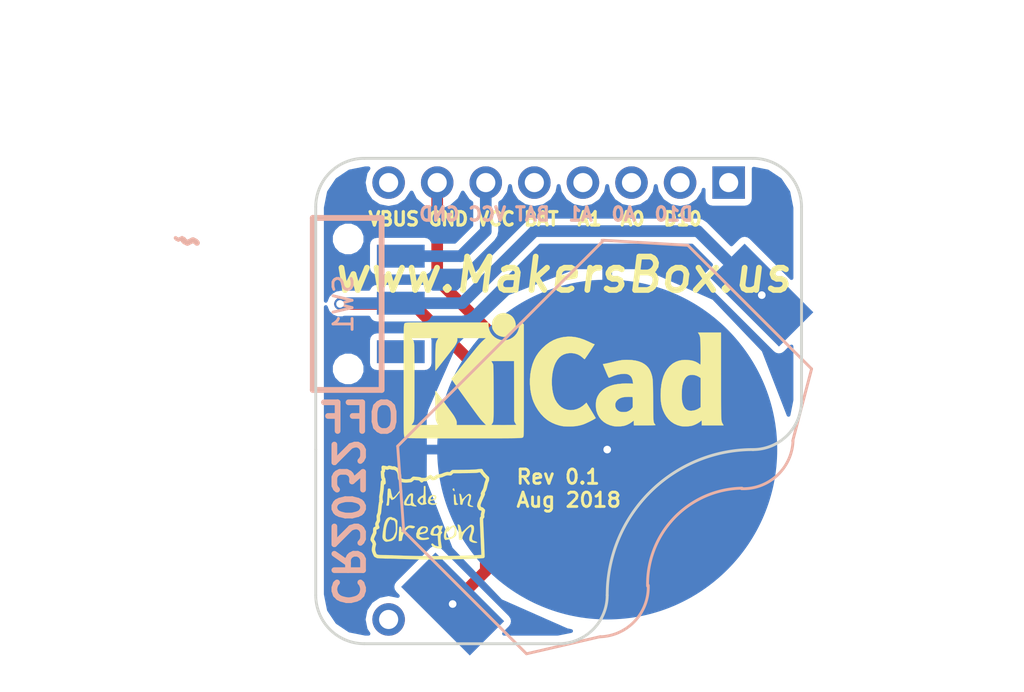
<source format=kicad_pcb>
(kicad_pcb (version 4) (host pcbnew 4.0.6)

  (general
    (links 4)
    (no_connects 0)
    (area 142.164999 86.284999 167.715001 111.835001)
    (thickness 1.6)
    (drawings 21)
    (tracks 20)
    (zones 0)
    (modules 6)
    (nets 12)
  )

  (page A)
  (title_block
    (title "Beetje 32U4 Blok")
    (date 2018-08-10)
    (rev 0.0)
    (company www.MakersBox.us)
    (comment 1 648.ken@gmail.com)
  )

  (layers
    (0 F.Cu signal)
    (31 B.Cu signal)
    (32 B.Adhes user)
    (33 F.Adhes user)
    (34 B.Paste user)
    (35 F.Paste user)
    (36 B.SilkS user)
    (37 F.SilkS user)
    (38 B.Mask user)
    (39 F.Mask user)
    (40 Dwgs.User user)
    (41 Cmts.User user)
    (42 Eco1.User user)
    (43 Eco2.User user)
    (44 Edge.Cuts user)
    (45 Margin user)
    (46 B.CrtYd user)
    (47 F.CrtYd user)
    (48 B.Fab user hide)
    (49 F.Fab user)
  )

  (setup
    (last_trace_width 0.6096)
    (user_trace_width 0.3048)
    (user_trace_width 0.4064)
    (user_trace_width 0.6096)
    (trace_clearance 0.2)
    (zone_clearance 0.35)
    (zone_45_only no)
    (trace_min 0.2)
    (segment_width 0.2)
    (edge_width 0.15)
    (via_size 0.6)
    (via_drill 0.4)
    (via_min_size 0.4)
    (via_min_drill 0.3)
    (uvia_size 0.3)
    (uvia_drill 0.1)
    (uvias_allowed no)
    (uvia_min_size 0.2)
    (uvia_min_drill 0.1)
    (pcb_text_width 0.3)
    (pcb_text_size 1.5 1.5)
    (mod_edge_width 0.15)
    (mod_text_size 1 1)
    (mod_text_width 0.15)
    (pad_size 1.7 1.7)
    (pad_drill 0.508)
    (pad_to_mask_clearance 0)
    (aux_axis_origin 0 0)
    (visible_elements 7FFEFFFF)
    (pcbplotparams
      (layerselection 0x00030_80000001)
      (usegerberextensions false)
      (excludeedgelayer true)
      (linewidth 0.100000)
      (plotframeref false)
      (viasonmask false)
      (mode 1)
      (useauxorigin false)
      (hpglpennumber 1)
      (hpglpenspeed 20)
      (hpglpendiameter 15)
      (hpglpenoverlay 2)
      (psnegative false)
      (psa4output false)
      (plotreference true)
      (plotvalue true)
      (plotinvisibletext false)
      (padsonsilk false)
      (subtractmaskfromsilk false)
      (outputformat 1)
      (mirror false)
      (drillshape 0)
      (scaleselection 1)
      (outputdirectory ""))
  )

  (net 0 "")
  (net 1 GND)
  (net 2 VBUS)
  (net 3 +BATT)
  (net 4 /D10)
  (net 5 /A0)
  (net 6 /A1)
  (net 7 /SCK)
  (net 8 /~RESET)
  (net 9 VCC)
  (net 10 "Net-(BT1-Pad1)")
  (net 11 "Net-(SW1-Pad1)")

  (net_class Default "This is the default net class."
    (clearance 0.2)
    (trace_width 0.25)
    (via_dia 0.6)
    (via_drill 0.4)
    (uvia_dia 0.3)
    (uvia_drill 0.1)
    (add_net +BATT)
    (add_net /A0)
    (add_net /A1)
    (add_net /D10)
    (add_net /SCK)
    (add_net /~RESET)
    (add_net GND)
    (add_net "Net-(BT1-Pad1)")
    (add_net "Net-(SW1-Pad1)")
    (add_net VBUS)
    (add_net VCC)
  )

  (module footprints:Pin_Header_Straight_1x06_Pitch2.54mm (layer F.Cu) (tedit 5B85C3AE) (tstamp 5B6E0692)
    (at 158.75 110.49 270)
    (descr "Through hole straight pin header, 1x06, 2.54mm pitch, single row")
    (tags "Through hole pin header THT 1x06 2.54mm single row")
    (path /5B6D5224)
    (fp_text reference J2 (at 2.286 -1.27 360) (layer F.SilkS) hide
      (effects (font (size 1 1) (thickness 0.15)))
    )
    (fp_text value Conn_01x06 (at 2.286 9.525 360) (layer F.Fab)
      (effects (font (size 1 1) (thickness 0.15)))
    )
    (fp_line (start -0.635 -1.27) (end 1.27 -1.27) (layer F.Fab) (width 0.1))
    (fp_line (start 1.27 -1.27) (end 1.27 13.97) (layer F.Fab) (width 0.1))
    (fp_line (start 1.27 13.97) (end -1.27 13.97) (layer F.Fab) (width 0.1))
    (fp_line (start -1.27 13.97) (end -1.27 -0.635) (layer F.Fab) (width 0.1))
    (fp_line (start -1.27 -0.635) (end -0.635 -1.27) (layer F.Fab) (width 0.1))
    (fp_line (start -1.8 -1.8) (end -1.8 14.5) (layer F.CrtYd) (width 0.05))
    (fp_line (start -1.8 14.5) (end 1.8 14.5) (layer F.CrtYd) (width 0.05))
    (fp_line (start 1.8 14.5) (end 1.8 -1.8) (layer F.CrtYd) (width 0.05))
    (fp_line (start 1.8 -1.8) (end -1.8 -1.8) (layer F.CrtYd) (width 0.05))
    (fp_text user %R (at 0 6.35 360) (layer F.Fab)
      (effects (font (size 1 1) (thickness 0.15)))
    )
    (pad 6 thru_hole oval (at 0 12.7 270) (size 1.7 1.7) (drill 1) (layers *.Cu *.Mask)
      (net 7 /SCK))
  )

  (module footprints:BATT_CR2032_SMD (layer B.Cu) (tedit 56CFB5D2) (tstamp 5B6E10BE)
    (at 157.48 101.6 225)
    (tags battery)
    (path /5B6E4270)
    (fp_text reference BT1 (at 0 -5.079999 225) (layer B.SilkS) hide
      (effects (font (size 1.72974 1.08712) (thickness 0.27178)) (justify mirror))
    )
    (fp_text value Battery_Cell (at 0 2.54 225) (layer B.SilkS) hide
      (effects (font (size 1.524 1.016) (thickness 0.254)) (justify mirror))
    )
    (fp_line (start -7.1755 -6.5405) (end -10.541 -4.572) (layer B.SilkS) (width 0.15))
    (fp_line (start 7.1755 -6.6675) (end 10.541 -4.572) (layer B.SilkS) (width 0.15))
    (fp_arc (start -5.4229 -4.6355) (end -3.5179 -6.4135) (angle -90) (layer B.SilkS) (width 0.15))
    (fp_arc (start 5.4102 -4.7625) (end 7.1882 -6.6675) (angle -90) (layer B.SilkS) (width 0.15))
    (fp_arc (start -0.0635 -10.033) (end -3.556 -6.4135) (angle -90) (layer B.SilkS) (width 0.15))
    (fp_line (start 7.62 7.874) (end 10.541 4.5085) (layer B.SilkS) (width 0.15))
    (fp_line (start -10.541 4.572) (end -7.5565 7.9375) (layer B.SilkS) (width 0.15))
    (fp_line (start -7.62 7.874) (end 7.62 7.874) (layer B.SilkS) (width 0.15))
    (fp_line (start -10.541 -4.572) (end -10.541 4.572) (layer B.SilkS) (width 0.15))
    (fp_line (start 10.541 -4.572) (end 10.541 4.572) (layer B.SilkS) (width 0.15))
    (fp_circle (center 0 0) (end -10.16 0) (layer Dwgs.User) (width 0.15))
    (pad 2 smd circle (at 0 0 225) (size 17.78 17.78) (layers B.Cu B.Paste B.Mask)
      (net 1 GND))
    (pad 1 smd rect (at -11.43 0 225) (size 2.54 5.08) (layers B.Cu B.Paste B.Mask)
      (net 10 "Net-(BT1-Pad1)"))
    (pad 1 smd rect (at 11.43 0 225) (size 2.54 5.08) (layers B.Cu B.Paste B.Mask)
      (net 10 "Net-(BT1-Pad1)"))
  )

  (module footprints:Pin_Header_Straight_1x08_Pitch2.54mm (layer F.Cu) (tedit 5B6DE634) (tstamp 5B6E06A5)
    (at 163.83 87.63 270)
    (descr "Through hole straight pin header, 1x08, 2.54mm pitch, single row")
    (tags "Through hole pin header THT 1x08 2.54mm single row")
    (path /5B6D51CD)
    (fp_text reference J4 (at -2.286 0.127 360) (layer F.SilkS) hide
      (effects (font (size 1 1) (thickness 0.15)))
    )
    (fp_text value Conn_01x08 (at -2.413 14.605 360) (layer F.Fab)
      (effects (font (size 1 1) (thickness 0.15)))
    )
    (fp_line (start -0.635 -1.27) (end 1.27 -1.27) (layer F.Fab) (width 0.1))
    (fp_line (start 1.27 -1.27) (end 1.27 19.05) (layer F.Fab) (width 0.1))
    (fp_line (start 1.27 19.05) (end -1.27 19.05) (layer F.Fab) (width 0.1))
    (fp_line (start -1.27 19.05) (end -1.27 -0.635) (layer F.Fab) (width 0.1))
    (fp_line (start -1.27 -0.635) (end -0.635 -1.27) (layer F.Fab) (width 0.1))
    (fp_line (start -1.8 -1.8) (end -1.8 19.55) (layer F.CrtYd) (width 0.05))
    (fp_line (start -1.8 19.55) (end 1.8 19.55) (layer F.CrtYd) (width 0.05))
    (fp_line (start 1.8 19.55) (end 1.8 -1.8) (layer F.CrtYd) (width 0.05))
    (fp_line (start 1.8 -1.8) (end -1.8 -1.8) (layer F.CrtYd) (width 0.05))
    (fp_text user %R (at 0 8.89 360) (layer F.Fab)
      (effects (font (size 1 1) (thickness 0.15)))
    )
    (pad 1 thru_hole rect (at 0 0 270) (size 1.7 1.7) (drill 1) (layers *.Cu *.Mask)
      (net 8 /~RESET))
    (pad 2 thru_hole oval (at 0 2.54 270) (size 1.7 1.7) (drill 1) (layers *.Cu *.Mask)
      (net 4 /D10))
    (pad 3 thru_hole oval (at 0 5.08 270) (size 1.7 1.7) (drill 1) (layers *.Cu *.Mask)
      (net 5 /A0))
    (pad 4 thru_hole oval (at 0 7.62 270) (size 1.7 1.7) (drill 1) (layers *.Cu *.Mask)
      (net 6 /A1))
    (pad 5 thru_hole oval (at 0 10.16 270) (size 1.7 1.7) (drill 1) (layers *.Cu *.Mask)
      (net 3 +BATT))
    (pad 6 thru_hole oval (at 0 12.7 270) (size 1.7 1.7) (drill 1) (layers *.Cu *.Mask)
      (net 9 VCC))
    (pad 7 thru_hole oval (at 0 15.24 270) (size 1.7 1.7) (drill 1) (layers *.Cu *.Mask)
      (net 1 GND))
    (pad 8 thru_hole oval (at 0 17.78 270) (size 1.7 1.7) (drill 1) (layers *.Cu *.Mask)
      (net 2 VBUS))
  )

  (module footprints:SPST_SMD (layer B.Cu) (tedit 5860A656) (tstamp 5B6E1118)
    (at 146.685 93.98 90)
    (descr "Through hole pin header")
    (tags "pin header")
    (path /5B6E422F)
    (fp_text reference SW1 (at 0 -3 90) (layer B.SilkS)
      (effects (font (size 1 1) (thickness 0.15)) (justify mirror))
    )
    (fp_text value SW_SPDT (at 0.1 0 90) (layer B.Fab)
      (effects (font (size 1 1) (thickness 0.15)) (justify mirror))
    )
    (fp_line (start -4.5 -4.6) (end 4.5 -4.6) (layer B.SilkS) (width 0.3048))
    (fp_line (start 4.5 -1) (end 4.5 -4.6) (layer B.SilkS) (width 0.3048))
    (fp_line (start -4.5 -1) (end -4.5 -4.6) (layer B.SilkS) (width 0.3048))
    (fp_line (start -4.5 -1) (end 4.5 -1) (layer B.SilkS) (width 0.3048))
    (fp_text user JS102011SAQN (at 0 -1.7 90) (layer B.Fab)
      (effects (font (size 0.8 0.8) (thickness 0.1)) (justify mirror))
    )
    (fp_line (start -1.75 -14.45) (end 4.3 -14.45) (layer B.CrtYd) (width 0.05))
    (pad "" np_thru_hole circle (at 3.4 -2.75 90) (size 0.9 0.9) (drill 0.9) (layers *.Cu *.Mask))
    (pad 1 smd rect (at -2.5 0 90) (size 1.2 2.5) (layers B.Cu B.Paste B.Mask)
      (net 11 "Net-(SW1-Pad1)"))
    (pad 2 smd rect (at 0.04 0 90) (size 1.2 2.5) (layers B.Cu B.Paste B.Mask)
      (net 10 "Net-(BT1-Pad1)"))
    (pad 3 smd rect (at 2.5 0 90) (size 1.2 2.5) (layers B.Cu B.Paste B.Mask)
      (net 9 VCC))
    (pad "" np_thru_hole circle (at -3.4 -2.75 90) (size 0.9 0.9) (drill 0.9) (layers *.Cu *.Mask))
    (model Pin_Headers.3dshapes/Pin_Header_Straight_2x06.wrl
      (at (xyz 0.05 -0.25 0))
      (scale (xyz 1 1 1))
      (rotate (xyz 0 0 90))
    )
  )

  (module footprints:KiCad-Logo2_8mm_SilkScreen (layer F.Cu) (tedit 0) (tstamp 5B6E13DB)
    (at 155.194 98.425)
    (descr "KiCad Logo")
    (tags "Logo KiCad")
    (attr virtual)
    (fp_text reference REF*** (at 0 0) (layer F.SilkS) hide
      (effects (font (size 1 1) (thickness 0.15)))
    )
    (fp_text value KiCad-Logo2_8mm_SilkScreen (at 0.75 0) (layer F.Fab) hide
      (effects (font (size 1 1) (thickness 0.15)))
    )
    (fp_poly (pts (xy -3.922722 -3.342976) (xy -3.908256 -3.191281) (xy -3.866163 -3.047997) (xy -3.798393 -2.916193)
      (xy -3.706899 -2.798942) (xy -3.593635 -2.699313) (xy -3.46451 -2.622271) (xy -3.323028 -2.569521)
      (xy -3.180554 -2.544799) (xy -3.039896 -2.546316) (xy -2.903864 -2.572283) (xy -2.775267 -2.62091)
      (xy -2.656914 -2.690407) (xy -2.551614 -2.778986) (xy -2.462177 -2.884857) (xy -2.391412 -3.00623)
      (xy -2.342129 -3.141317) (xy -2.317135 -3.288326) (xy -2.314556 -3.354756) (xy -2.314556 -3.471835)
      (xy -2.24542 -3.471835) (xy -2.197081 -3.468047) (xy -2.161271 -3.452338) (xy -2.125183 -3.420734)
      (xy -2.074083 -3.369633) (xy -2.074083 -0.451862) (xy -2.074095 -0.102862) (xy -2.074138 0.217332)
      (xy -2.074223 0.509974) (xy -2.074361 0.776318) (xy -2.074562 1.017617) (xy -2.074838 1.235125)
      (xy -2.0752 1.430095) (xy -2.075658 1.60378) (xy -2.076223 1.757435) (xy -2.076906 1.892313)
      (xy -2.077717 2.009668) (xy -2.078669 2.110753) (xy -2.079771 2.196821) (xy -2.081035 2.269127)
      (xy -2.08247 2.328923) (xy -2.084089 2.377464) (xy -2.085902 2.416003) (xy -2.08792 2.445793)
      (xy -2.090154 2.468089) (xy -2.092614 2.484143) (xy -2.095312 2.49521) (xy -2.098258 2.502542)
      (xy -2.099699 2.505005) (xy -2.105241 2.51434) (xy -2.109947 2.522923) (xy -2.115045 2.530784)
      (xy -2.121765 2.537955) (xy -2.131336 2.544467) (xy -2.144986 2.550353) (xy -2.163945 2.555642)
      (xy -2.189442 2.560368) (xy -2.222705 2.56456) (xy -2.264964 2.568251) (xy -2.317448 2.571472)
      (xy -2.381386 2.574254) (xy -2.458007 2.57663) (xy -2.54854 2.578629) (xy -2.654214 2.580284)
      (xy -2.776258 2.581627) (xy -2.915901 2.582687) (xy -3.074372 2.583498) (xy -3.2529 2.58409)
      (xy -3.452715 2.584495) (xy -3.675045 2.584744) (xy -3.921119 2.584869) (xy -4.192166 2.584901)
      (xy -4.489416 2.584871) (xy -4.814097 2.584811) (xy -5.167438 2.584752) (xy -5.218541 2.584746)
      (xy -5.573985 2.584689) (xy -5.900594 2.584595) (xy -6.199592 2.584455) (xy -6.472204 2.584259)
      (xy -6.719653 2.583997) (xy -6.943164 2.58366) (xy -7.14396 2.583239) (xy -7.323266 2.582723)
      (xy -7.482307 2.582104) (xy -7.622306 2.581371) (xy -7.744487 2.580515) (xy -7.850075 2.579526)
      (xy -7.940293 2.578394) (xy -8.016366 2.577111) (xy -8.079519 2.575666) (xy -8.130975 2.574049)
      (xy -8.171958 2.572252) (xy -8.203692 2.570265) (xy -8.227402 2.568077) (xy -8.244312 2.565679)
      (xy -8.255646 2.563063) (xy -8.261448 2.560841) (xy -8.272714 2.556088) (xy -8.283058 2.552578)
      (xy -8.292517 2.549068) (xy -8.301132 2.544313) (xy -8.308942 2.537069) (xy -8.315985 2.526091)
      (xy -8.322302 2.510135) (xy -8.327931 2.487955) (xy -8.332912 2.458309) (xy -8.337284 2.419951)
      (xy -8.341086 2.371637) (xy -8.344358 2.312122) (xy -8.347139 2.240163) (xy -8.349467 2.154513)
      (xy -8.351383 2.053931) (xy -8.352925 1.937169) (xy -8.354134 1.802985) (xy -8.355047 1.650134)
      (xy -8.355705 1.477371) (xy -8.356146 1.283452) (xy -8.356411 1.067133) (xy -8.356536 0.827168)
      (xy -8.356564 0.562314) (xy -8.356533 0.271326) (xy -8.356481 -0.04704) (xy -8.356449 -0.39403)
      (xy -8.356449 -0.450148) (xy -8.356467 -0.800159) (xy -8.356501 -1.121364) (xy -8.356515 -1.415017)
      (xy -8.356476 -1.682372) (xy -8.356351 -1.924683) (xy -8.356103 -2.143203) (xy -8.3557 -2.339187)
      (xy -8.355107 -2.513887) (xy -8.354335 -2.660237) (xy -7.951149 -2.660237) (xy -7.898174 -2.583225)
      (xy -7.883302 -2.562232) (xy -7.869895 -2.543644) (xy -7.857876 -2.52588) (xy -7.84717 -2.507362)
      (xy -7.837703 -2.486509) (xy -7.829397 -2.461743) (xy -7.822178 -2.431483) (xy -7.815969 -2.39415)
      (xy -7.810696 -2.348165) (xy -7.806282 -2.291948) (xy -7.802652 -2.22392) (xy -7.79973 -2.1425)
      (xy -7.797441 -2.04611) (xy -7.795709 -1.93317) (xy -7.794458 -1.802101) (xy -7.793614 -1.651322)
      (xy -7.793099 -1.479254) (xy -7.792839 -1.284319) (xy -7.792757 -1.064935) (xy -7.792779 -0.819524)
      (xy -7.792828 -0.546506) (xy -7.79284 -0.383255) (xy -7.792808 -0.094417) (xy -7.792763 0.165943)
      (xy -7.792779 0.399406) (xy -7.792931 0.607554) (xy -7.793294 0.791969) (xy -7.793943 0.954231)
      (xy -7.794953 1.095922) (xy -7.796399 1.218624) (xy -7.798355 1.323917) (xy -7.800896 1.413383)
      (xy -7.804097 1.488603) (xy -7.808033 1.551159) (xy -7.81278 1.602632) (xy -7.81841 1.644603)
      (xy -7.825001 1.678653) (xy -7.832626 1.706365) (xy -7.84136 1.729318) (xy -7.851279 1.749096)
      (xy -7.862456 1.767278) (xy -7.874967 1.785446) (xy -7.888888 1.805182) (xy -7.896997 1.817019)
      (xy -7.948618 1.893728) (xy -7.240914 1.893728) (xy -7.076826 1.893681) (xy -6.940367 1.893481)
      (xy -6.829109 1.893033) (xy -6.740621 1.892244) (xy -6.672476 1.89102) (xy -6.622243 1.889269)
      (xy -6.587493 1.886897) (xy -6.565798 1.88381) (xy -6.554727 1.879916) (xy -6.551851 1.87512)
      (xy -6.554741 1.86933) (xy -6.556333 1.867426) (xy -6.589817 1.81807) (xy -6.624296 1.747773)
      (xy -6.655729 1.665227) (xy -6.666738 1.630061) (xy -6.672884 1.606175) (xy -6.678078 1.578135)
      (xy -6.68243 1.543165) (xy -6.686048 1.498489) (xy -6.689043 1.441329) (xy -6.691523 1.36891)
      (xy -6.693598 1.278455) (xy -6.695377 1.167188) (xy -6.69697 1.032331) (xy -6.698486 0.871109)
      (xy -6.698988 0.811597) (xy -6.700342 0.644976) (xy -6.701352 0.506026) (xy -6.701941 0.392361)
      (xy -6.702031 0.301596) (xy -6.701544 0.231344) (xy -6.700403 0.179219) (xy -6.69853 0.142834)
      (xy -6.695847 0.119804) (xy -6.692276 0.107742) (xy -6.687739 0.104261) (xy -6.682159 0.106976)
      (xy -6.676203 0.112722) (xy -6.662417 0.129943) (xy -6.63305 0.168651) (xy -6.590179 0.22601)
      (xy -6.535882 0.299181) (xy -6.472237 0.385326) (xy -6.401323 0.481609) (xy -6.325216 0.585192)
      (xy -6.245995 0.693237) (xy -6.165738 0.802907) (xy -6.086522 0.911364) (xy -6.010426 1.01577)
      (xy -5.939527 1.113289) (xy -5.875903 1.201083) (xy -5.821633 1.276314) (xy -5.778793 1.336144)
      (xy -5.749462 1.377737) (xy -5.74338 1.386567) (xy -5.712864 1.435698) (xy -5.677172 1.49959)
      (xy -5.643357 1.565542) (xy -5.639069 1.574437) (xy -5.610208 1.638602) (xy -5.593452 1.68861)
      (xy -5.585823 1.736307) (xy -5.584334 1.792278) (xy -5.585178 1.893728) (xy -4.048204 1.893728)
      (xy -4.169575 1.768938) (xy -4.231879 1.70251) (xy -4.29883 1.627316) (xy -4.360132 1.555063)
      (xy -4.387325 1.52131) (xy -4.427849 1.468661) (xy -4.481176 1.397817) (xy -4.545747 1.310947)
      (xy -4.620001 1.210222) (xy -4.702381 1.097809) (xy -4.791326 0.975879) (xy -4.885278 0.846602)
      (xy -4.982678 0.712146) (xy -5.081965 0.574681) (xy -5.181581 0.436377) (xy -5.279967 0.299403)
      (xy -5.375564 0.165929) (xy -5.466812 0.038124) (xy -5.552152 -0.081843) (xy -5.630025 -0.191801)
      (xy -5.698871 -0.289582) (xy -5.757132 -0.373016) (xy -5.803249 -0.439934) (xy -5.835661 -0.488166)
      (xy -5.85281 -0.515542) (xy -5.85515 -0.521004) (xy -5.844554 -0.536083) (xy -5.816868 -0.57227)
      (xy -5.773909 -0.627299) (xy -5.71749 -0.698907) (xy -5.649426 -0.784829) (xy -5.571533 -0.882802)
      (xy -5.485625 -0.990562) (xy -5.393517 -1.105845) (xy -5.297023 -1.226386) (xy -5.197959 -1.349921)
      (xy -5.118438 -1.448918) (xy -3.772426 -1.448918) (xy -3.764558 -1.431667) (xy -3.74548 -1.402045)
      (xy -3.744086 -1.400072) (xy -3.719073 -1.359927) (xy -3.692916 -1.310891) (xy -3.687725 -1.300059)
      (xy -3.683017 -1.288837) (xy -3.678857 -1.275366) (xy -3.675203 -1.25779) (xy -3.672015 -1.234255)
      (xy -3.669255 -1.202906) (xy -3.666881 -1.161888) (xy -3.664853 -1.109348) (xy -3.663132 -1.043429)
      (xy -3.661676 -0.962277) (xy -3.660447 -0.864038) (xy -3.659404 -0.746857) (xy -3.658506 -0.608879)
      (xy -3.657714 -0.448249) (xy -3.656988 -0.263112) (xy -3.656287 -0.051614) (xy -3.655577 0.186509)
      (xy -3.65486 0.432967) (xy -3.654282 0.651229) (xy -3.653931 0.843155) (xy -3.653898 1.010607)
      (xy -3.654272 1.155449) (xy -3.655143 1.27954) (xy -3.656601 1.384744) (xy -3.658736 1.472922)
      (xy -3.661637 1.545936) (xy -3.665394 1.605648) (xy -3.670097 1.65392) (xy -3.675835 1.692614)
      (xy -3.682699 1.723591) (xy -3.690778 1.748714) (xy -3.700162 1.769845) (xy -3.71094 1.788845)
      (xy -3.723203 1.807576) (xy -3.73452 1.824175) (xy -3.757334 1.859182) (xy -3.770843 1.882593)
      (xy -3.772426 1.88688) (xy -3.757905 1.888314) (xy -3.716375 1.889646) (xy -3.650889 1.890845)
      (xy -3.564495 1.891877) (xy -3.460246 1.892712) (xy -3.341192 1.893317) (xy -3.210384 1.89366)
      (xy -3.118639 1.893728) (xy -2.978855 1.893434) (xy -2.849924 1.892593) (xy -2.734758 1.891263)
      (xy -2.63627 1.889503) (xy -2.557376 1.887372) (xy -2.500988 1.884928) (xy -2.47002 1.882231)
      (xy -2.464852 1.880538) (xy -2.4751 1.860697) (xy -2.485749 1.850006) (xy -2.503286 1.827204)
      (xy -2.526237 1.786929) (xy -2.54211 1.754231) (xy -2.577574 1.675799) (xy -2.581668 0.108964)
      (xy -2.585762 -1.45787) (xy -3.179094 -1.45787) (xy -3.309323 -1.457651) (xy -3.42967 -1.457027)
      (xy -3.536932 -1.456047) (xy -3.627907 -1.454757) (xy -3.699393 -1.453208) (xy -3.748186 -1.451446)
      (xy -3.771085 -1.449521) (xy -3.772426 -1.448918) (xy -5.118438 -1.448918) (xy -5.09814 -1.474187)
      (xy -4.99938 -1.596919) (xy -4.903493 -1.715853) (xy -4.812296 -1.828726) (xy -4.727602 -1.933272)
      (xy -4.651227 -2.027229) (xy -4.584984 -2.108332) (xy -4.53069 -2.174316) (xy -4.507838 -2.201835)
      (xy -4.392952 -2.335851) (xy -4.290971 -2.446697) (xy -4.199355 -2.536991) (xy -4.115566 -2.609349)
      (xy -4.103077 -2.619158) (xy -4.050473 -2.659904) (xy -4.803864 -2.66007) (xy -5.557254 -2.660237)
      (xy -5.550213 -2.596361) (xy -5.55461 -2.520016) (xy -5.583276 -2.429118) (xy -5.636496 -2.322943)
      (xy -5.696817 -2.226708) (xy -5.718409 -2.196559) (xy -5.755758 -2.146559) (xy -5.806637 -2.079558)
      (xy -5.86882 -1.998409) (xy -5.940081 -1.905962) (xy -6.018192 -1.805067) (xy -6.100928 -1.698577)
      (xy -6.186063 -1.589342) (xy -6.271369 -1.480213) (xy -6.354621 -1.374041) (xy -6.433592 -1.273677)
      (xy -6.506055 -1.181973) (xy -6.569785 -1.101779) (xy -6.622555 -1.035946) (xy -6.662138 -0.987326)
      (xy -6.686309 -0.95877) (xy -6.690381 -0.954379) (xy -6.694188 -0.965038) (xy -6.697135 -1.00537)
      (xy -6.699217 -1.075) (xy -6.700429 -1.173553) (xy -6.700766 -1.300656) (xy -6.700223 -1.455932)
      (xy -6.699013 -1.615681) (xy -6.697253 -1.791569) (xy -6.695223 -1.940333) (xy -6.692593 -2.064908)
      (xy -6.689031 -2.168229) (xy -6.684206 -2.253231) (xy -6.677787 -2.322848) (xy -6.669444 -2.380016)
      (xy -6.658844 -2.427669) (xy -6.645657 -2.468743) (xy -6.629552 -2.506173) (xy -6.610197 -2.542893)
      (xy -6.59065 -2.576229) (xy -6.540063 -2.660237) (xy -7.951149 -2.660237) (xy -8.354335 -2.660237)
      (xy -8.354291 -2.668558) (xy -8.353218 -2.804453) (xy -8.351853 -2.922826) (xy -8.350162 -3.024931)
      (xy -8.348112 -3.112021) (xy -8.345668 -3.18535) (xy -8.342796 -3.246171) (xy -8.339462 -3.29574)
      (xy -8.335633 -3.335308) (xy -8.331274 -3.36613) (xy -8.326351 -3.38946) (xy -8.32083 -3.406552)
      (xy -8.314678 -3.418658) (xy -8.307859 -3.427033) (xy -8.30034 -3.43293) (xy -8.292087 -3.437604)
      (xy -8.283067 -3.442307) (xy -8.275084 -3.447058) (xy -8.268117 -3.450488) (xy -8.257232 -3.453588)
      (xy -8.240972 -3.456375) (xy -8.217879 -3.458866) (xy -8.186497 -3.461077) (xy -8.145368 -3.463024)
      (xy -8.093034 -3.464724) (xy -8.028039 -3.466193) (xy -7.948925 -3.467448) (xy -7.854236 -3.468506)
      (xy -7.742512 -3.469382) (xy -7.612299 -3.470093) (xy -7.462137 -3.470655) (xy -7.29057 -3.471086)
      (xy -7.096141 -3.471401) (xy -6.877392 -3.471617) (xy -6.632866 -3.47175) (xy -6.361105 -3.471817)
      (xy -6.079996 -3.471835) (xy -3.922722 -3.471835) (xy -3.922722 -3.342976)) (layer F.SilkS) (width 0.01))
    (fp_poly (pts (xy 0.437258 -2.730527) (xy 0.650464 -2.702337) (xy 0.868727 -2.648897) (xy 1.094796 -2.569675)
      (xy 1.331418 -2.464144) (xy 1.34642 -2.456762) (xy 1.423232 -2.41945) (xy 1.49186 -2.387395)
      (xy 1.547297 -2.362834) (xy 1.584536 -2.348008) (xy 1.597278 -2.344616) (xy 1.622863 -2.337949)
      (xy 1.629003 -2.332349) (xy 1.622208 -2.318459) (xy 1.600853 -2.28346) (xy 1.567396 -2.23102)
      (xy 1.524294 -2.164806) (xy 1.474008 -2.088486) (xy 1.418995 -2.005727) (xy 1.361714 -1.920199)
      (xy 1.304623 -1.835567) (xy 1.250183 -1.7555) (xy 1.20085 -1.683666) (xy 1.159083 -1.623732)
      (xy 1.127342 -1.579365) (xy 1.108085 -1.554235) (xy 1.105442 -1.55132) (xy 1.091971 -1.557509)
      (xy 1.062227 -1.580377) (xy 1.021527 -1.615686) (xy 1.000566 -1.63496) (xy 0.872104 -1.735186)
      (xy 0.730034 -1.808998) (xy 0.576256 -1.85573) (xy 0.412672 -1.874716) (xy 0.320275 -1.873157)
      (xy 0.158995 -1.85031) (xy 0.013587 -1.802538) (xy -0.116384 -1.729492) (xy -0.231353 -1.630824)
      (xy -0.331754 -1.506185) (xy -0.418022 -1.355224) (xy -0.467839 -1.239941) (xy -0.526222 -1.059276)
      (xy -0.569252 -0.862922) (xy -0.59704 -0.655943) (xy -0.609695 -0.443402) (xy -0.60733 -0.230362)
      (xy -0.590055 -0.021887) (xy -0.557981 0.176961) (xy -0.511218 0.361118) (xy -0.449877 0.52552)
      (xy -0.4282 0.571124) (xy -0.33734 0.723014) (xy -0.230219 0.851481) (xy -0.108412 0.955478)
      (xy 0.02651 1.033958) (xy 0.172971 1.085874) (xy 0.3294 1.110179) (xy 0.384608 1.111967)
      (xy 0.546446 1.097428) (xy 0.706791 1.053737) (xy 0.86361 0.981798) (xy 1.014867 0.882512)
      (xy 1.136564 0.778232) (xy 1.198512 0.718945) (xy 1.439845 1.114709) (xy 1.499886 1.213446)
      (xy 1.554789 1.304262) (xy 1.602606 1.383895) (xy 1.641391 1.44908) (xy 1.669194 1.496554)
      (xy 1.68407 1.523055) (xy 1.686003 1.527175) (xy 1.675047 1.540009) (xy 1.640993 1.563016)
      (xy 1.588145 1.594015) (xy 1.520811 1.630829) (xy 1.443294 1.671278) (xy 1.359902 1.713182)
      (xy 1.27494 1.754363) (xy 1.192714 1.792642) (xy 1.117529 1.825838) (xy 1.053691 1.851775)
      (xy 1.022467 1.862997) (xy 0.844377 1.913342) (xy 0.660791 1.94663) (xy 0.464142 1.963943)
      (xy 0.295341 1.967043) (xy 0.204867 1.965585) (xy 0.117529 1.962792) (xy 0.041068 1.959009)
      (xy -0.01677 1.954578) (xy -0.035549 1.952337) (xy -0.220628 1.913947) (xy -0.409051 1.853877)
      (xy -0.59209 1.775702) (xy -0.761013 1.683) (xy -0.864201 1.612864) (xy -1.033826 1.468809)
      (xy -1.19133 1.300302) (xy -1.333795 1.111508) (xy -1.458303 0.906591) (xy -1.561938 0.689715)
      (xy -1.620324 0.53355) (xy -1.687222 0.289076) (xy -1.731821 0.030064) (xy -1.754135 -0.237881)
      (xy -1.754179 -0.509155) (xy -1.731966 -0.778153) (xy -1.687509 -1.039271) (xy -1.620824 -1.286905)
      (xy -1.615743 -1.302334) (xy -1.532022 -1.518085) (xy -1.429844 -1.715017) (xy -1.305742 -1.898701)
      (xy -1.15625 -2.074712) (xy -1.09785 -2.134973) (xy -0.916596 -2.299984) (xy -0.730263 -2.436505)
      (xy -0.535991 -2.546021) (xy -0.330921 -2.630019) (xy -0.11219 -2.689985) (xy 0.01503 -2.71327)
      (xy 0.226363 -2.733995) (xy 0.437258 -2.730527)) (layer F.SilkS) (width 0.01))
    (fp_poly (pts (xy 3.559492 -1.509029) (xy 3.76175 -1.482382) (xy 3.941836 -1.437602) (xy 4.100911 -1.374331)
      (xy 4.240138 -1.292213) (xy 4.343465 -1.207591) (xy 4.435116 -1.108892) (xy 4.506666 -1.002687)
      (xy 4.563786 -0.879908) (xy 4.584388 -0.822567) (xy 4.601508 -0.770669) (xy 4.616422 -0.722545)
      (xy 4.629302 -0.675754) (xy 4.64032 -0.627856) (xy 4.64965 -0.576413) (xy 4.657463 -0.518984)
      (xy 4.663932 -0.45313) (xy 4.66923 -0.376411) (xy 4.67353 -0.286388) (xy 4.677003 -0.18062)
      (xy 4.679823 -0.056669) (xy 4.682162 0.087906) (xy 4.684193 0.255544) (xy 4.686088 0.448685)
      (xy 4.687755 0.638757) (xy 4.689521 0.846703) (xy 4.691126 1.026797) (xy 4.692737 1.181244)
      (xy 4.69452 1.312249) (xy 4.696643 1.422017) (xy 4.699272 1.512753) (xy 4.702576 1.586662)
      (xy 4.706719 1.64595) (xy 4.71187 1.692822) (xy 4.718196 1.729483) (xy 4.725863 1.758137)
      (xy 4.735038 1.78099) (xy 4.745888 1.800248) (xy 4.758581 1.818115) (xy 4.773283 1.836796)
      (xy 4.779009 1.844029) (xy 4.80007 1.874436) (xy 4.809438 1.895142) (xy 4.809468 1.895754)
      (xy 4.794986 1.898682) (xy 4.753733 1.901378) (xy 4.688997 1.903769) (xy 4.604064 1.905778)
      (xy 4.502223 1.907329) (xy 4.38676 1.908346) (xy 4.260964 1.908753) (xy 4.246443 1.908757)
      (xy 3.683419 1.908757) (xy 3.679076 1.780858) (xy 3.674734 1.652958) (xy 3.592071 1.720841)
      (xy 3.46249 1.810726) (xy 3.316172 1.883541) (xy 3.201056 1.923787) (xy 3.109098 1.943342)
      (xy 2.998126 1.956647) (xy 2.878615 1.963285) (xy 2.761037 1.962843) (xy 2.655867 1.954905)
      (xy 2.607633 1.947298) (xy 2.421218 1.89689) (xy 2.2529 1.823874) (xy 2.103896 1.729337)
      (xy 1.975424 1.614365) (xy 1.868699 1.480046) (xy 1.78494 1.327467) (xy 1.72586 1.159594)
      (xy 1.709438 1.084261) (xy 1.699307 1.001451) (xy 1.694476 0.901815) (xy 1.693817 0.856686)
      (xy 1.693904 0.852446) (xy 2.705656 0.852446) (xy 2.718029 0.952367) (xy 2.755556 1.037343)
      (xy 2.820085 1.111417) (xy 2.826818 1.117292) (xy 2.891115 1.163659) (xy 2.959958 1.193724)
      (xy 3.040814 1.209595) (xy 3.141149 1.21338) (xy 3.165257 1.21284) (xy 3.236909 1.209309)
      (xy 3.290203 1.202098) (xy 3.336823 1.188566) (xy 3.388452 1.166072) (xy 3.40262 1.159178)
      (xy 3.483368 1.111478) (xy 3.545701 1.054719) (xy 3.562659 1.034431) (xy 3.62213 0.959194)
      (xy 3.62213 0.698413) (xy 3.621417 0.593706) (xy 3.619167 0.516552) (xy 3.615215 0.464478)
      (xy 3.609396 0.435009) (xy 3.603958 0.4264) (xy 3.582755 0.422188) (xy 3.537778 0.418697)
      (xy 3.475305 0.416256) (xy 3.401619 0.415194) (xy 3.389786 0.415174) (xy 3.22899 0.422169)
      (xy 3.092299 0.443693) (xy 2.977065 0.480569) (xy 2.880641 0.53362) (xy 2.807509 0.596127)
      (xy 2.748201 0.673195) (xy 2.715285 0.757135) (xy 2.705656 0.852446) (xy 1.693904 0.852446)
      (xy 1.696391 0.731864) (xy 1.707501 0.626821) (xy 1.729129 0.531998) (xy 1.763261 0.437837)
      (xy 1.795209 0.368111) (xy 1.873252 0.241236) (xy 1.977227 0.124042) (xy 2.10397 0.018662)
      (xy 2.250318 -0.072772) (xy 2.413106 -0.148126) (xy 2.589171 -0.205268) (xy 2.675266 -0.225158)
      (xy 2.856574 -0.254587) (xy 3.054208 -0.274003) (xy 3.25585 -0.282498) (xy 3.424346 -0.280325)
      (xy 3.639875 -0.2713) (xy 3.629997 -0.349822) (xy 3.604311 -0.48183) (xy 3.562861 -0.589298)
      (xy 3.504501 -0.673048) (xy 3.428083 -0.733905) (xy 3.332461 -0.772692) (xy 3.21649 -0.790234)
      (xy 3.079021 -0.787353) (xy 3.028462 -0.782026) (xy 2.840486 -0.748518) (xy 2.658338 -0.693887)
      (xy 2.532485 -0.643294) (xy 2.472361 -0.617499) (xy 2.421194 -0.596769) (xy 2.386111 -0.583929)
      (xy 2.375875 -0.581203) (xy 2.362902 -0.59329) (xy 2.340643 -0.631858) (xy 2.30889 -0.697345)
      (xy 2.267432 -0.790184) (xy 2.216061 -0.910813) (xy 2.207277 -0.931835) (xy 2.167261 -1.028115)
      (xy 2.131341 -1.115115) (xy 2.101069 -1.189031) (xy 2.077996 -1.246059) (xy 2.063674 -1.282393)
      (xy 2.059538 -1.294161) (xy 2.07285 -1.300491) (xy 2.107833 -1.307517) (xy 2.145474 -1.312415)
      (xy 2.185623 -1.318748) (xy 2.249246 -1.331323) (xy 2.330697 -1.348908) (xy 2.424336 -1.37027)
      (xy 2.52452 -1.394175) (xy 2.562545 -1.403525) (xy 2.702419 -1.437592) (xy 2.819131 -1.464302)
      (xy 2.918435 -1.484509) (xy 3.006085 -1.499066) (xy 3.087836 -1.508827) (xy 3.169441 -1.514644)
      (xy 3.256656 -1.51737) (xy 3.333898 -1.5179) (xy 3.559492 -1.509029)) (layer F.SilkS) (width 0.01))
    (fp_poly (pts (xy 8.236474 -0.702633) (xy 8.2365 -0.390539) (xy 8.236535 -0.107038) (xy 8.236631 0.149336)
      (xy 8.236841 0.380048) (xy 8.237216 0.586565) (xy 8.237809 0.770351) (xy 8.23867 0.932874)
      (xy 8.239853 1.075598) (xy 8.241408 1.19999) (xy 8.243389 1.307515) (xy 8.245846 1.39964)
      (xy 8.248833 1.47783) (xy 8.2524 1.543551) (xy 8.256599 1.598269) (xy 8.261484 1.643449)
      (xy 8.267104 1.680558) (xy 8.273513 1.711062) (xy 8.280763 1.736426) (xy 8.288905 1.758115)
      (xy 8.29799 1.777597) (xy 8.308073 1.796337) (xy 8.319203 1.8158) (xy 8.326117 1.827924)
      (xy 8.371736 1.908757) (xy 7.229231 1.908757) (xy 7.229231 1.781006) (xy 7.228257 1.723273)
      (xy 7.225658 1.679119) (xy 7.221918 1.655446) (xy 7.220265 1.653254) (xy 7.205058 1.662419)
      (xy 7.174817 1.686175) (xy 7.144595 1.711969) (xy 7.071924 1.766201) (xy 6.979423 1.820792)
      (xy 6.876839 1.870725) (xy 6.773919 1.910987) (xy 6.732843 1.923833) (xy 6.641649 1.943225)
      (xy 6.531343 1.956487) (xy 6.412329 1.963202) (xy 6.295005 1.962953) (xy 6.189773 1.955324)
      (xy 6.139586 1.947592) (xy 5.95573 1.896918) (xy 5.786245 1.820067) (xy 5.632046 1.717737)
      (xy 5.494044 1.590628) (xy 5.373151 1.43944) (xy 5.284214 1.291927) (xy 5.211165 1.136483)
      (xy 5.155248 0.977586) (xy 5.115311 0.809843) (xy 5.090207 0.627861) (xy 5.078786 0.426245)
      (xy 5.077819 0.323136) (xy 5.080607 0.247545) (xy 6.18446 0.247545) (xy 6.184737 0.371452)
      (xy 6.188615 0.488199) (xy 6.196154 0.59082) (xy 6.207411 0.672349) (xy 6.210851 0.688779)
      (xy 6.253189 0.831612) (xy 6.308652 0.947473) (xy 6.377703 1.036654) (xy 6.460804 1.099444)
      (xy 6.558418 1.136137) (xy 6.67101 1.147021) (xy 6.799041 1.13239) (xy 6.883551 1.111458)
      (xy 6.948978 1.087241) (xy 7.021043 1.052828) (xy 7.075178 1.021272) (xy 7.169113 0.95954)
      (xy 7.169113 -0.57178) (xy 7.079369 -0.629784) (xy 6.974823 -0.684267) (xy 6.862742 -0.719749)
      (xy 6.749411 -0.735624) (xy 6.641117 -0.731288) (xy 6.544145 -0.706135) (xy 6.501603 -0.685407)
      (xy 6.424485 -0.628162) (xy 6.359305 -0.552578) (xy 6.304513 -0.455892) (xy 6.258561 -0.335342)
      (xy 6.219897 -0.188167) (xy 6.218191 -0.180355) (xy 6.20465 -0.097473) (xy 6.194476 0.006116)
      (xy 6.187726 0.123444) (xy 6.18446 0.247545) (xy 5.080607 0.247545) (xy 5.088272 0.039801)
      (xy 5.117488 -0.220927) (xy 5.165396 -0.458877) (xy 5.231928 -0.673876) (xy 5.317015 -0.86575)
      (xy 5.420587 -1.034326) (xy 5.542575 -1.179432) (xy 5.682911 -1.300895) (xy 5.743041 -1.342102)
      (xy 5.877441 -1.416855) (xy 6.014957 -1.469591) (xy 6.161524 -1.501757) (xy 6.323073 -1.514797)
      (xy 6.446231 -1.513405) (xy 6.618848 -1.498805) (xy 6.768751 -1.469761) (xy 6.900278 -1.424937)
      (xy 7.017765 -1.363) (xy 7.082823 -1.317451) (xy 7.12192 -1.288275) (xy 7.150798 -1.268344)
      (xy 7.161728 -1.262485) (xy 7.163878 -1.276903) (xy 7.165596 -1.317713) (xy 7.1669 -1.381253)
      (xy 7.167805 -1.46386) (xy 7.168328 -1.56187) (xy 7.168487 -1.671621) (xy 7.168298 -1.789449)
      (xy 7.167778 -1.911693) (xy 7.166944 -2.034687) (xy 7.165812 -2.15477) (xy 7.164399 -2.268279)
      (xy 7.162723 -2.37155) (xy 7.1608 -2.46092) (xy 7.158646 -2.532727) (xy 7.15628 -2.583307)
      (xy 7.155625 -2.592604) (xy 7.145537 -2.686353) (xy 7.130145 -2.759776) (xy 7.106528 -2.822511)
      (xy 7.071767 -2.884198) (xy 7.063423 -2.896953) (xy 7.030895 -2.945799) (xy 8.236213 -2.945799)
      (xy 8.236474 -0.702633)) (layer F.SilkS) (width 0.01))
    (fp_poly (pts (xy -3.02624 -3.958707) (xy -2.898063 -3.926438) (xy -2.782789 -3.869413) (xy -2.683189 -3.789828)
      (xy -2.602035 -3.689875) (xy -2.542098 -3.571749) (xy -2.507134 -3.443525) (xy -2.499344 -3.314031)
      (xy -2.51912 -3.189071) (xy -2.563988 -3.072101) (xy -2.631472 -2.966578) (xy -2.719098 -2.875958)
      (xy -2.824393 -2.803697) (xy -2.944882 -2.753252) (xy -3.013135 -2.736712) (xy -3.072378 -2.726698)
      (xy -3.118046 -2.722741) (xy -3.161928 -2.72517) (xy -3.215814 -2.734316) (xy -3.259877 -2.743602)
      (xy -3.384248 -2.785553) (xy -3.495647 -2.853617) (xy -3.591565 -2.945731) (xy -3.669496 -3.05983)
      (xy -3.688067 -3.096095) (xy -3.709951 -3.144513) (xy -3.723675 -3.185172) (xy -3.731085 -3.227951)
      (xy -3.734027 -3.282728) (xy -3.734397 -3.344083) (xy -3.728957 -3.456394) (xy -3.711096 -3.548629)
      (xy -3.677559 -3.629342) (xy -3.62509 -3.707086) (xy -3.573769 -3.766018) (xy -3.478054 -3.853645)
      (xy -3.378078 -3.914132) (xy -3.267907 -3.950347) (xy -3.164549 -3.964027) (xy -3.02624 -3.958707)) (layer F.SilkS) (width 0.01))
  )

  (module footprints:MadeInOregonRev25 (layer B.Cu) (tedit 0) (tstamp 5B6E1802)
    (at 148.209 104.902 180)
    (fp_text reference VAL (at 0 0 180) (layer B.SilkS) hide
      (effects (font (size 1.143 1.143) (thickness 0.1778)) (justify mirror))
    )
    (fp_text value MadeInOregonRev25 (at 0 0 180) (layer B.SilkS) hide
      (effects (font (size 1.143 1.143) (thickness 0.1778)) (justify mirror))
    )
    (fp_poly (pts (xy -3.09626 1.76022) (xy -3.09626 1.72212) (xy -3.09372 1.69672) (xy -3.09118 1.67386)
      (xy -3.0861 1.65608) (xy -3.07594 1.63576) (xy -3.0734 1.62814) (xy -3.0607 1.6002)
      (xy -3.05054 1.5748) (xy -3.04038 1.54432) (xy -3.03022 1.50876) (xy -3.02006 1.46304)
      (xy -3.00736 1.4097) (xy -3.00228 1.39192) (xy -2.98704 1.31826) (xy -2.96926 1.2573)
      (xy -2.95402 1.20396) (xy -2.9337 1.15824) (xy -2.91338 1.1176) (xy -2.91338 1.74752)
      (xy -2.91338 1.76276) (xy -2.91084 1.77546) (xy -2.90322 1.78816) (xy -2.89052 1.8034)
      (xy -2.86766 1.82118) (xy -2.8575 1.83134) (xy -2.82956 1.8542) (xy -2.80416 1.8796)
      (xy -2.78638 1.90246) (xy -2.77876 1.91008) (xy -2.76606 1.92786) (xy -2.74574 1.95326)
      (xy -2.72034 1.98374) (xy -2.69494 2.01422) (xy -2.6924 2.01676) (xy -2.66954 2.0447)
      (xy -2.64922 2.0701) (xy -2.63652 2.08788) (xy -2.6289 2.09804) (xy -2.6289 2.10058)
      (xy -2.62382 2.10566) (xy -2.60604 2.10566) (xy -2.58064 2.10566) (xy -2.55016 2.10058)
      (xy -2.51968 2.0955) (xy -2.50952 2.09296) (xy -2.49682 2.09042) (xy -2.48412 2.08534)
      (xy -2.46888 2.08534) (xy -2.4511 2.0828) (xy -2.4257 2.08026) (xy -2.39268 2.07772)
      (xy -2.35458 2.07772) (xy -2.30632 2.07518) (xy -2.2479 2.07518) (xy -2.17678 2.07264)
      (xy -2.09296 2.0701) (xy -2.03962 2.0701) (xy -1.95326 2.06756) (xy -1.8669 2.06756)
      (xy -1.78054 2.06502) (xy -1.69672 2.06502) (xy -1.61798 2.06248) (xy -1.54686 2.06248)
      (xy -1.48336 2.06248) (xy -1.4351 2.06248) (xy -1.4224 2.06248) (xy -1.22936 2.06248)
      (xy -1.1684 2.00152) (xy -1.10744 1.9431) (xy -1.0668 1.9431) (xy -1.03886 1.9431)
      (xy -1.0033 1.94564) (xy -0.97536 1.95072) (xy -0.94234 1.95326) (xy -0.91186 1.95072)
      (xy -0.87884 1.94564) (xy -0.8382 1.93548) (xy -0.79248 1.9177) (xy -0.7366 1.89484)
      (xy -0.72136 1.88976) (xy -0.67818 1.86944) (xy -0.64516 1.85674) (xy -0.61722 1.84912)
      (xy -0.59182 1.84404) (xy -0.56388 1.83896) (xy -0.5461 1.83642) (xy -0.50038 1.83134)
      (xy -0.46482 1.82626) (xy -0.43688 1.81864) (xy -0.41656 1.80848) (xy -0.39624 1.79578)
      (xy -0.37592 1.77546) (xy -0.37338 1.77292) (xy -0.35052 1.7526) (xy -0.32512 1.73482)
      (xy -0.30734 1.72212) (xy -0.30734 1.72212) (xy -0.28702 1.71704) (xy -0.25654 1.71196)
      (xy -0.22098 1.70434) (xy -0.18288 1.7018) (xy -0.14986 1.69672) (xy -0.12446 1.69672)
      (xy -0.10922 1.69926) (xy -0.09652 1.70688) (xy -0.07366 1.71958) (xy -0.05334 1.73736)
      (xy -0.03048 1.75768) (xy -0.01524 1.7653) (xy -0.00508 1.76784) (xy 0 1.7653)
      (xy 0.01016 1.75768) (xy 0.03048 1.74498) (xy 0.05842 1.7272) (xy 0.0889 1.70688)
      (xy 0.09652 1.7018) (xy 0.18288 1.64846) (xy 0.25908 1.64592) (xy 0.29464 1.64338)
      (xy 0.3175 1.64084) (xy 0.3302 1.6383) (xy 0.34036 1.63322) (xy 0.34544 1.6256)
      (xy 0.34798 1.62052) (xy 0.3683 1.59766) (xy 0.39624 1.58242) (xy 0.42672 1.5748)
      (xy 0.4318 1.5748) (xy 0.45974 1.58242) (xy 0.48768 1.6002) (xy 0.51562 1.63068)
      (xy 0.52578 1.64338) (xy 0.53848 1.65608) (xy 0.5461 1.66624) (xy 0.55626 1.67386)
      (xy 0.56896 1.68148) (xy 0.58928 1.68402) (xy 0.61468 1.6891) (xy 0.65278 1.69418)
      (xy 0.70104 1.69672) (xy 0.71628 1.69926) (xy 0.8255 1.70942) (xy 0.85598 1.68148)
      (xy 0.89154 1.64846) (xy 0.9271 1.62306) (xy 0.95758 1.60274) (xy 0.96774 1.59766)
      (xy 0.9906 1.59258) (xy 1.02362 1.5875) (xy 1.0668 1.58242) (xy 1.11252 1.57734)
      (xy 1.16332 1.57226) (xy 1.21158 1.56972) (xy 1.2573 1.56972) (xy 1.25984 1.56972)
      (xy 1.3081 1.56972) (xy 1.35128 1.5748) (xy 1.39446 1.57988) (xy 1.44272 1.59004)
      (xy 1.48844 1.6002) (xy 1.52146 1.61036) (xy 1.54686 1.62306) (xy 1.56972 1.63576)
      (xy 1.59258 1.65608) (xy 1.61798 1.68148) (xy 1.63576 1.7018) (xy 1.651 1.72212)
      (xy 1.65862 1.74498) (xy 1.66624 1.77292) (xy 1.67386 1.80848) (xy 1.6764 1.85166)
      (xy 1.68148 1.90246) (xy 1.6891 1.9812) (xy 1.7018 2.04978) (xy 1.72212 2.10566)
      (xy 1.74752 2.15138) (xy 1.75006 2.15646) (xy 1.77546 2.18186) (xy 1.81356 2.2098)
      (xy 1.82626 2.21742) (xy 1.8542 2.23012) (xy 1.87706 2.24028) (xy 1.89484 2.24282)
      (xy 1.9177 2.24282) (xy 1.92024 2.24282) (xy 1.95834 2.24282) (xy 2.00152 2.25044)
      (xy 2.032 2.25806) (xy 2.0701 2.27076) (xy 2.09804 2.27584) (xy 2.11582 2.27838)
      (xy 2.13106 2.2733) (xy 2.1463 2.26822) (xy 2.15392 2.26314) (xy 2.1844 2.2479)
      (xy 2.22758 2.24282) (xy 2.27584 2.2479) (xy 2.29108 2.25298) (xy 2.31394 2.25806)
      (xy 2.33426 2.26314) (xy 2.34188 2.26314) (xy 2.34188 2.25806) (xy 2.34442 2.23774)
      (xy 2.34442 2.21488) (xy 2.34442 2.21234) (xy 2.34442 2.1844) (xy 2.34696 2.16408)
      (xy 2.35204 2.1463) (xy 2.36474 2.12852) (xy 2.3876 2.0955) (xy 2.37998 1.97612)
      (xy 2.37744 1.9304) (xy 2.37236 1.89738) (xy 2.36982 1.87198) (xy 2.36474 1.8542)
      (xy 2.35966 1.83896) (xy 2.35204 1.82372) (xy 2.34696 1.8161) (xy 2.33172 1.78562)
      (xy 2.3241 1.75768) (xy 2.3241 1.73736) (xy 2.32156 1.70942) (xy 2.31902 1.68656)
      (xy 2.31648 1.67894) (xy 2.31394 1.66116) (xy 2.30886 1.63576) (xy 2.30886 1.60274)
      (xy 2.30886 1.59004) (xy 2.30886 1.55702) (xy 2.30886 1.5367) (xy 2.31394 1.52146)
      (xy 2.32156 1.5113) (xy 2.33172 1.4986) (xy 2.33426 1.49606) (xy 2.35458 1.48082)
      (xy 2.3749 1.4732) (xy 2.37744 1.47066) (xy 2.3876 1.47066) (xy 2.39268 1.46558)
      (xy 2.39776 1.45034) (xy 2.4003 1.42494) (xy 2.40284 1.39192) (xy 2.40538 1.35382)
      (xy 2.40538 1.33096) (xy 2.40792 1.28778) (xy 2.413 1.2319) (xy 2.42062 1.16078)
      (xy 2.43332 1.07442) (xy 2.4511 0.97536) (xy 2.4511 0.96774) (xy 2.45872 0.92456)
      (xy 2.4638 0.88392) (xy 2.46888 0.85344) (xy 2.47142 0.83058) (xy 2.47396 0.82296)
      (xy 2.47396 0.81026) (xy 2.47142 0.7874) (xy 2.47142 0.75692) (xy 2.46888 0.72644)
      (xy 2.46888 0.69342) (xy 2.46634 0.66294) (xy 2.4638 0.64262) (xy 2.46126 0.635)
      (xy 2.4511 0.6096) (xy 2.44856 0.57912) (xy 2.4511 0.54864) (xy 2.46126 0.52324)
      (xy 2.4765 0.51054) (xy 2.48412 0.49784) (xy 2.49174 0.47244) (xy 2.5019 0.4318)
      (xy 2.50952 0.37592) (xy 2.51968 0.30734) (xy 2.5273 0.2286) (xy 2.53238 0.16764)
      (xy 2.53746 0.1143) (xy 2.54254 0.0635) (xy 2.54762 0.02032) (xy 2.5527 -0.01524)
      (xy 2.55524 -0.04064) (xy 2.55778 -0.05334) (xy 2.56794 -0.07366) (xy 2.5781 -0.1016)
      (xy 2.58826 -0.127) (xy 2.59588 -0.14732) (xy 2.6035 -0.16256) (xy 2.60604 -0.18034)
      (xy 2.60858 -0.20066) (xy 2.60858 -0.22606) (xy 2.60604 -0.25908) (xy 2.6035 -0.3048)
      (xy 2.6035 -0.32512) (xy 2.60096 -0.37084) (xy 2.60096 -0.4064) (xy 2.60604 -0.43434)
      (xy 2.61366 -0.45974) (xy 2.62636 -0.48768) (xy 2.64668 -0.5207) (xy 2.66446 -0.5588)
      (xy 2.67462 -0.58674) (xy 2.6797 -0.61468) (xy 2.67462 -0.64262) (xy 2.66446 -0.68072)
      (xy 2.65938 -0.69088) (xy 2.64668 -0.72898) (xy 2.63906 -0.75946) (xy 2.63906 -0.77978)
      (xy 2.6416 -0.79756) (xy 2.64922 -0.8128) (xy 2.64922 -0.81534) (xy 2.66446 -0.83058)
      (xy 2.68986 -0.84836) (xy 2.72034 -0.86614) (xy 2.75336 -0.87884) (xy 2.77368 -0.88646)
      (xy 2.794 -0.89154) (xy 2.794 -0.98044) (xy 2.794 -1.07188) (xy 2.82448 -1.13538)
      (xy 2.8575 -1.20396) (xy 2.8829 -1.26238) (xy 2.90322 -1.31064) (xy 2.91592 -1.3462)
      (xy 2.921 -1.36652) (xy 2.92354 -1.3843) (xy 2.92354 -1.39954) (xy 2.91592 -1.41478)
      (xy 2.90068 -1.4351) (xy 2.90068 -1.43764) (xy 2.87274 -1.47828) (xy 2.84988 -1.51638)
      (xy 2.8321 -1.5621) (xy 2.82448 -1.59004) (xy 2.80924 -1.64338) (xy 2.8321 -1.74244)
      (xy 2.84734 -1.80848) (xy 2.85496 -1.86182) (xy 2.86004 -1.90754) (xy 2.86004 -1.94818)
      (xy 2.85242 -1.98628) (xy 2.84226 -2.02438) (xy 2.84226 -2.02438) (xy 2.82702 -2.06756)
      (xy 2.81432 -2.10566) (xy 2.79908 -2.13868) (xy 2.78892 -2.16154) (xy 2.77876 -2.1717)
      (xy 2.77876 -2.17424) (xy 2.7686 -2.17678) (xy 2.74828 -2.1844) (xy 2.74066 -2.18948)
      (xy 2.7178 -2.1971) (xy 2.68224 -2.20472) (xy 2.63398 -2.2098) (xy 2.57302 -2.21234)
      (xy 2.49682 -2.21488) (xy 2.40792 -2.21742) (xy 2.30632 -2.21742) (xy 2.29616 -2.21742)
      (xy 2.24028 -2.21996) (xy 2.17424 -2.21996) (xy 2.10058 -2.2225) (xy 2.02184 -2.2225)
      (xy 1.9431 -2.22504) (xy 1.86944 -2.23012) (xy 1.84912 -2.23012) (xy 1.6129 -2.23774)
      (xy 1.38684 -2.2479) (xy 1.16332 -2.25298) (xy 0.9398 -2.25806) (xy 0.71882 -2.26314)
      (xy 0.4953 -2.26568) (xy 0.26924 -2.26822) (xy 0.03556 -2.26822) (xy -0.2032 -2.26822)
      (xy -0.45466 -2.26822) (xy -0.71628 -2.26568) (xy -0.84836 -2.26314) (xy -1.03378 -2.2606)
      (xy -1.20396 -2.25806) (xy -1.36144 -2.25552) (xy -1.50622 -2.25298) (xy -1.64084 -2.25044)
      (xy -1.7653 -2.2479) (xy -1.88214 -2.24536) (xy -1.98882 -2.24282) (xy -2.08788 -2.23774)
      (xy -2.17932 -2.2352) (xy -2.26822 -2.23266) (xy -2.35204 -2.22758) (xy -2.39776 -2.22504)
      (xy -2.46126 -2.2225) (xy -2.51968 -2.21742) (xy -2.57302 -2.21488) (xy -2.61874 -2.21234)
      (xy -2.65176 -2.2098) (xy -2.67462 -2.2098) (xy -2.68732 -2.2098) (xy -2.68732 -2.2098)
      (xy -2.68732 -2.20218) (xy -2.68478 -2.17932) (xy -2.68478 -2.1463) (xy -2.68224 -2.09804)
      (xy -2.6797 -2.03962) (xy -2.67716 -1.97104) (xy -2.67208 -1.8923) (xy -2.66954 -1.80594)
      (xy -2.66446 -1.70942) (xy -2.65938 -1.60782) (xy -2.65684 -1.50114) (xy -2.65176 -1.38684)
      (xy -2.64414 -1.27) (xy -2.64414 -1.25476) (xy -2.63906 -1.11506) (xy -2.63398 -0.98806)
      (xy -2.6289 -0.87376) (xy -2.62382 -0.77216) (xy -2.61874 -0.68326) (xy -2.6162 -0.60452)
      (xy -2.61366 -0.53848) (xy -2.61112 -0.47752) (xy -2.61112 -0.42926) (xy -2.61112 -0.38608)
      (xy -2.61112 -0.35306) (xy -2.61112 -0.32258) (xy -2.61112 -0.29972) (xy -2.61366 -0.28194)
      (xy -2.6162 -0.2667) (xy -2.61874 -0.25654) (xy -2.62128 -0.24638) (xy -2.62636 -0.23876)
      (xy -2.63144 -0.23368) (xy -2.63652 -0.22606) (xy -2.6416 -0.21844) (xy -2.6543 -0.2032)
      (xy -2.66192 -0.18796) (xy -2.66446 -0.17272) (xy -2.66192 -0.14732) (xy -2.66192 -0.13716)
      (xy -2.66192 -0.1016) (xy -2.66446 -0.06858) (xy -2.67462 -0.02794) (xy -2.67462 -0.0254)
      (xy -2.68732 0.01778) (xy -2.69494 0.04826) (xy -2.69748 0.07112) (xy -2.69748 0.08382)
      (xy -2.69494 0.09398) (xy -2.68732 0.09906) (xy -2.68732 0.1016) (xy -2.66954 0.10668)
      (xy -2.64668 0.1143) (xy -2.63652 0.1143) (xy -2.60858 0.12192) (xy -2.58572 0.13208)
      (xy -2.5654 0.14732) (xy -2.54762 0.17018) (xy -2.52476 0.20574) (xy -2.50698 0.2413)
      (xy -2.4638 0.3302) (xy -2.47142 0.40894) (xy -2.4765 0.43942) (xy -2.48158 0.46736)
      (xy -2.4892 0.49276) (xy -2.49682 0.5207) (xy -2.50952 0.55626) (xy -2.52984 0.59944)
      (xy -2.53492 0.61214) (xy -2.55524 0.66294) (xy -2.5781 0.71374) (xy -2.60096 0.76708)
      (xy -2.62128 0.8128) (xy -2.63144 0.83058) (xy -2.64668 0.86868) (xy -2.65938 0.89662)
      (xy -2.667 0.91694) (xy -2.66954 0.92964) (xy -2.667 0.9398) (xy -2.667 0.94996)
      (xy -2.65938 0.97536) (xy -2.65938 1.00584) (xy -2.66954 1.03886) (xy -2.68732 1.0795)
      (xy -2.71272 1.12776) (xy -2.71526 1.1303) (xy -2.73812 1.17094) (xy -2.75844 1.2065)
      (xy -2.77368 1.23698) (xy -2.78384 1.26746) (xy -2.79654 1.30048) (xy -2.8067 1.34112)
      (xy -2.81686 1.38684) (xy -2.82702 1.43256) (xy -2.84226 1.49606) (xy -2.85496 1.54686)
      (xy -2.86512 1.5875) (xy -2.87528 1.62052) (xy -2.88544 1.64846) (xy -2.89306 1.67132)
      (xy -2.90068 1.68148) (xy -2.9083 1.70942) (xy -2.91338 1.7399) (xy -2.91338 1.74752)
      (xy -2.91338 1.1176) (xy -2.91084 1.11506) (xy -2.90576 1.09982) (xy -2.88798 1.07188)
      (xy -2.87782 1.04902) (xy -2.87274 1.03632) (xy -2.87274 1.02616) (xy -2.87782 1.016)
      (xy -2.88036 0.99822) (xy -2.8829 0.98044) (xy -2.87782 0.95758) (xy -2.8702 0.92964)
      (xy -2.85496 0.89408) (xy -2.83464 0.84582) (xy -2.8194 0.81534) (xy -2.78384 0.73406)
      (xy -2.74828 0.65786) (xy -2.72034 0.58928) (xy -2.69494 0.52832) (xy -2.67462 0.47752)
      (xy -2.66192 0.43688) (xy -2.6543 0.40894) (xy -2.6543 0.4064) (xy -2.64922 0.37846)
      (xy -2.65176 0.36068) (xy -2.65684 0.34036) (xy -2.66446 0.32766) (xy -2.67462 0.30734)
      (xy -2.68732 0.29464) (xy -2.70256 0.28702) (xy -2.72542 0.28194) (xy -2.73812 0.2794)
      (xy -2.75336 0.27686) (xy -2.77114 0.2667) (xy -2.78892 0.25146) (xy -2.81686 0.22606)
      (xy -2.82448 0.2159) (xy -2.84988 0.1905) (xy -2.86766 0.17272) (xy -2.87782 0.16002)
      (xy -2.8829 0.14732) (xy -2.8829 0.13208) (xy -2.8829 0.12192) (xy -2.88036 0.06858)
      (xy -2.86766 0.00762) (xy -2.85242 -0.05588) (xy -2.8448 -0.08382) (xy -2.84226 -0.10668)
      (xy -2.84226 -0.12954) (xy -2.8448 -0.16002) (xy -2.84734 -0.1651) (xy -2.84988 -0.19812)
      (xy -2.84988 -0.22606) (xy -2.84226 -0.24892) (xy -2.82448 -0.27686) (xy -2.8067 -0.29972)
      (xy -2.78384 -0.32766) (xy -2.82702 -1.3081) (xy -2.8321 -1.42748) (xy -2.83718 -1.54432)
      (xy -2.84226 -1.65608) (xy -2.84734 -1.76276) (xy -2.84988 -1.86182) (xy -2.85496 -1.95326)
      (xy -2.8575 -2.03708) (xy -2.86004 -2.11074) (xy -2.86258 -2.17424) (xy -2.86512 -2.22758)
      (xy -2.86512 -2.26822) (xy -2.86512 -2.29616) (xy -2.86512 -2.3114) (xy -2.86512 -2.3114)
      (xy -2.85496 -2.3368) (xy -2.83464 -2.35966) (xy -2.81178 -2.3749) (xy -2.8067 -2.37744)
      (xy -2.794 -2.37998) (xy -2.76606 -2.38252) (xy -2.72796 -2.38506) (xy -2.6797 -2.39014)
      (xy -2.62128 -2.39268) (xy -2.55778 -2.39776) (xy -2.48412 -2.4003) (xy -2.40792 -2.40538)
      (xy -2.32664 -2.40792) (xy -2.24536 -2.413) (xy -2.16154 -2.41554) (xy -2.08026 -2.41808)
      (xy -1.99898 -2.42062) (xy -1.92278 -2.42316) (xy -1.85166 -2.4257) (xy -1.80848 -2.42824)
      (xy -1.74752 -2.42824) (xy -1.67386 -2.43078) (xy -1.59004 -2.43078) (xy -1.4986 -2.43332)
      (xy -1.397 -2.43586) (xy -1.29032 -2.43586) (xy -1.1811 -2.4384) (xy -1.0668 -2.4384)
      (xy -0.95504 -2.44094) (xy -0.84582 -2.44348) (xy -0.80264 -2.44348) (xy -0.70104 -2.44348)
      (xy -0.59944 -2.44602) (xy -0.50038 -2.44602) (xy -0.40386 -2.44856) (xy -0.31496 -2.44856)
      (xy -0.23114 -2.44856) (xy -0.15748 -2.4511) (xy -0.09398 -2.4511) (xy -0.04064 -2.4511)
      (xy 0 -2.4511) (xy 0.02286 -2.4511) (xy 0.05842 -2.4511) (xy 0.10922 -2.4511)
      (xy 0.17018 -2.4511) (xy 0.2413 -2.4511) (xy 0.3175 -2.4511) (xy 0.39878 -2.44856)
      (xy 0.4826 -2.44856) (xy 0.56642 -2.44602) (xy 0.60198 -2.44602) (xy 0.75692 -2.44348)
      (xy 0.90678 -2.4384) (xy 1.0541 -2.43586) (xy 1.1938 -2.43078) (xy 1.32588 -2.42824)
      (xy 1.45034 -2.42316) (xy 1.56464 -2.42062) (xy 1.66624 -2.41808) (xy 1.7526 -2.413)
      (xy 1.77038 -2.413) (xy 1.82626 -2.41046) (xy 1.8923 -2.40792) (xy 1.96342 -2.40792)
      (xy 2.03454 -2.40538) (xy 2.10312 -2.40538) (xy 2.12852 -2.40538) (xy 2.19456 -2.40538)
      (xy 2.26822 -2.40284) (xy 2.3495 -2.40284) (xy 2.42824 -2.39776) (xy 2.50444 -2.39522)
      (xy 2.54254 -2.39522) (xy 2.75844 -2.38252) (xy 2.82956 -2.3495) (xy 2.86258 -2.33172)
      (xy 2.88798 -2.31902) (xy 2.90576 -2.30632) (xy 2.91084 -2.30124) (xy 2.92608 -2.28092)
      (xy 2.94132 -2.25044) (xy 2.96164 -2.2098) (xy 2.97942 -2.16662) (xy 2.9972 -2.12344)
      (xy 3.01244 -2.08534) (xy 3.02514 -2.0447) (xy 3.03276 -2.01168) (xy 3.03784 -1.98628)
      (xy 3.04038 -1.9558) (xy 3.04038 -1.93548) (xy 3.0353 -1.86182) (xy 3.0226 -1.778)
      (xy 3.00736 -1.70434) (xy 2.99974 -1.66878) (xy 2.99974 -1.64084) (xy 3.00736 -1.61036)
      (xy 3.0226 -1.57734) (xy 3.04546 -1.53924) (xy 3.0607 -1.52146) (xy 3.08356 -1.4859)
      (xy 3.0988 -1.4605) (xy 3.10642 -1.4351) (xy 3.10896 -1.4097) (xy 3.10642 -1.37668)
      (xy 3.0988 -1.33858) (xy 3.09118 -1.3081) (xy 3.07848 -1.26746) (xy 3.0607 -1.22174)
      (xy 3.04038 -1.1684) (xy 3.01498 -1.1176) (xy 2.99466 -1.07442) (xy 2.98704 -1.05664)
      (xy 2.97942 -1.0414) (xy 2.97688 -1.02362) (xy 2.97434 -1.0033) (xy 2.97434 -0.97282)
      (xy 2.97434 -0.93218) (xy 2.97434 -0.9271) (xy 2.9718 -0.87884) (xy 2.96926 -0.8382)
      (xy 2.96418 -0.81026) (xy 2.95148 -0.7874) (xy 2.9337 -0.76708) (xy 2.90576 -0.7493)
      (xy 2.86766 -0.72898) (xy 2.84734 -0.71882) (xy 2.84734 -0.7112) (xy 2.84988 -0.69342)
      (xy 2.85496 -0.66802) (xy 2.8575 -0.6604) (xy 2.86258 -0.61468) (xy 2.86258 -0.5842)
      (xy 2.86258 -0.57658) (xy 2.84988 -0.5334) (xy 2.82956 -0.48768) (xy 2.8067 -0.44196)
      (xy 2.79908 -0.42926) (xy 2.79146 -0.41656) (xy 2.78638 -0.40386) (xy 2.7813 -0.38862)
      (xy 2.7813 -0.37084) (xy 2.7813 -0.34798) (xy 2.7813 -0.3175) (xy 2.78638 -0.27432)
      (xy 2.79146 -0.22098) (xy 2.79146 -0.21844) (xy 2.79146 -0.19304) (xy 2.79146 -0.16764)
      (xy 2.78384 -0.1397) (xy 2.77622 -0.11176) (xy 2.76352 -0.07874) (xy 2.75336 -0.04826)
      (xy 2.7432 -0.0254) (xy 2.74066 -0.02032) (xy 2.73558 -0.00762) (xy 2.7305 0.0127)
      (xy 2.72796 0.04064) (xy 2.72288 0.07874) (xy 2.7178 0.12954) (xy 2.71272 0.1905)
      (xy 2.7051 0.25908) (xy 2.69748 0.32512) (xy 2.68986 0.38862) (xy 2.6797 0.44958)
      (xy 2.67208 0.50292) (xy 2.66446 0.5461) (xy 2.6543 0.57658) (xy 2.65176 0.58674)
      (xy 2.65176 0.60452) (xy 2.6543 0.6223) (xy 2.65684 0.6477) (xy 2.65176 0.68326)
      (xy 2.65176 0.68326) (xy 2.64668 0.71628) (xy 2.64922 0.75184) (xy 2.65176 0.76962)
      (xy 2.6543 0.79248) (xy 2.65684 0.8128) (xy 2.6543 0.83566) (xy 2.65176 0.8636)
      (xy 2.64414 0.90424) (xy 2.6416 0.91948) (xy 2.62382 1.01346) (xy 2.61112 1.09982)
      (xy 2.60096 1.1811) (xy 2.59334 1.26238) (xy 2.58572 1.35128) (xy 2.58064 1.42748)
      (xy 2.5781 1.49352) (xy 2.57302 1.54432) (xy 2.57048 1.58496) (xy 2.5654 1.61544)
      (xy 2.56286 1.6383) (xy 2.55524 1.65608) (xy 2.54762 1.66878) (xy 2.53746 1.6764)
      (xy 2.52984 1.68402) (xy 2.51714 1.69418) (xy 2.51206 1.70688) (xy 2.5146 1.72466)
      (xy 2.52222 1.75006) (xy 2.53238 1.77546) (xy 2.53238 1.77546) (xy 2.54 1.78816)
      (xy 2.54254 1.79832) (xy 2.54762 1.81102) (xy 2.55016 1.8288) (xy 2.5527 1.85166)
      (xy 2.55524 1.88214) (xy 2.55778 1.92532) (xy 2.56286 1.97866) (xy 2.56286 2.0066)
      (xy 2.57302 2.159) (xy 2.54762 2.18948) (xy 2.52222 2.21996) (xy 2.52984 2.29616)
      (xy 2.53238 2.34442) (xy 2.53238 2.37998) (xy 2.52984 2.40538) (xy 2.51968 2.4257)
      (xy 2.50698 2.44094) (xy 2.50444 2.44348) (xy 2.4892 2.45618) (xy 2.47142 2.46126)
      (xy 2.44856 2.4638) (xy 2.42062 2.4638) (xy 2.38252 2.45618) (xy 2.33172 2.44602)
      (xy 2.32664 2.44348) (xy 2.2352 2.42316) (xy 2.19964 2.44348) (xy 2.17424 2.45618)
      (xy 2.15138 2.4638) (xy 2.12344 2.4638) (xy 2.09296 2.45872) (xy 2.04978 2.4511)
      (xy 2.0193 2.44348) (xy 1.98374 2.43332) (xy 1.9558 2.4257) (xy 1.93802 2.42316)
      (xy 1.92024 2.4257) (xy 1.90754 2.42824) (xy 1.88722 2.43078) (xy 1.86944 2.43078)
      (xy 1.84912 2.42824) (xy 1.82372 2.41808) (xy 1.79324 2.40284) (xy 1.76022 2.38506)
      (xy 1.71958 2.3622) (xy 1.6891 2.34442) (xy 1.66624 2.32664) (xy 1.64846 2.3114)
      (xy 1.63068 2.29362) (xy 1.6129 2.27076) (xy 1.59258 2.2479) (xy 1.57734 2.22504)
      (xy 1.56718 2.20472) (xy 1.55702 2.17932) (xy 1.54432 2.1463) (xy 1.53162 2.10312)
      (xy 1.52908 2.09296) (xy 1.51638 2.0447) (xy 1.50876 2.00406) (xy 1.50368 1.96596)
      (xy 1.4986 1.92278) (xy 1.4986 1.90754) (xy 1.49606 1.86182) (xy 1.49352 1.8288)
      (xy 1.4859 1.80594) (xy 1.4732 1.7907) (xy 1.45288 1.778) (xy 1.4224 1.77038)
      (xy 1.39446 1.76276) (xy 1.3335 1.7526) (xy 1.26238 1.74752) (xy 1.18364 1.75006)
      (xy 1.10998 1.75768) (xy 1.03124 1.7653) (xy 0.9652 1.82372) (xy 0.9398 1.84912)
      (xy 0.9144 1.8669) (xy 0.89408 1.88214) (xy 0.88392 1.88722) (xy 0.86868 1.88722)
      (xy 0.84328 1.88722) (xy 0.80518 1.88722) (xy 0.762 1.88214) (xy 0.7112 1.8796)
      (xy 0.6604 1.87452) (xy 0.6096 1.86944) (xy 0.56642 1.86436) (xy 0.52324 1.85674)
      (xy 0.49276 1.85166) (xy 0.47244 1.8415) (xy 0.45974 1.83642) (xy 0.44958 1.8288)
      (xy 0.43942 1.82372) (xy 0.42418 1.82118) (xy 0.40386 1.82118) (xy 0.37592 1.82118)
      (xy 0.33782 1.82118) (xy 0.23622 1.82372) (xy 0.13208 1.8923) (xy 0.09398 1.9177)
      (xy 0.06096 1.93802) (xy 0.03302 1.9558) (xy 0.0127 1.96596) (xy 0.00508 1.97104)
      (xy -0.02286 1.97866) (xy -0.04826 1.97358) (xy -0.07874 1.95834) (xy -0.1143 1.92786)
      (xy -0.11684 1.92532) (xy -0.1397 1.905) (xy -0.15748 1.8923) (xy -0.17272 1.88468)
      (xy -0.18796 1.88214) (xy -0.19304 1.88214) (xy -0.21082 1.88468) (xy -0.22352 1.88722)
      (xy -0.2413 1.89992) (xy -0.26162 1.9177) (xy -0.27178 1.92786) (xy -0.30226 1.95326)
      (xy -0.33528 1.97358) (xy -0.37338 1.98882) (xy -0.41656 1.99898) (xy -0.47244 2.00914)
      (xy -0.50038 2.01168) (xy -0.53848 2.01676) (xy -0.56896 2.02438) (xy -0.59944 2.03454)
      (xy -0.635 2.04724) (xy -0.66548 2.05994) (xy -0.70866 2.07772) (xy -0.75692 2.0955)
      (xy -0.80264 2.11074) (xy -0.83058 2.11836) (xy -0.86868 2.12598) (xy -0.89662 2.1336)
      (xy -0.91948 2.1336) (xy -0.94234 2.1336) (xy -0.97282 2.13106) (xy -1.03378 2.12344)
      (xy -1.0922 2.17678) (xy -1.12776 2.2098) (xy -1.1557 2.23012) (xy -1.17348 2.2352)
      (xy -1.18618 2.23774) (xy -1.21412 2.23774) (xy -1.24968 2.24028) (xy -1.2954 2.24028)
      (xy -1.3462 2.24028) (xy -1.40208 2.24028) (xy -1.40462 2.24028) (xy -1.48844 2.24028)
      (xy -1.57734 2.24282) (xy -1.66878 2.24282) (xy -1.76022 2.24282) (xy -1.85166 2.24536)
      (xy -1.94056 2.2479) (xy -2.02438 2.2479) (xy -2.10566 2.25044) (xy -2.18186 2.25298)
      (xy -2.25044 2.25552) (xy -2.30886 2.25806) (xy -2.35966 2.2606) (xy -2.39776 2.26314)
      (xy -2.42316 2.26568) (xy -2.43586 2.26822) (xy -2.45364 2.27076) (xy -2.48666 2.27584)
      (xy -2.52476 2.28092) (xy -2.5654 2.28346) (xy -2.58572 2.286) (xy -2.63144 2.28854)
      (xy -2.66446 2.29108) (xy -2.68732 2.29108) (xy -2.7051 2.29108) (xy -2.7178 2.28854)
      (xy -2.72796 2.28346) (xy -2.7305 2.28092) (xy -2.7559 2.2606) (xy -2.77876 2.22758)
      (xy -2.78892 2.19202) (xy -2.79654 2.17678) (xy -2.81178 2.15392) (xy -2.8321 2.13106)
      (xy -2.83718 2.12344) (xy -2.86258 2.09296) (xy -2.88544 2.06502) (xy -2.90576 2.04216)
      (xy -2.9083 2.03708) (xy -2.92354 2.0193) (xy -2.94894 1.9939) (xy -2.97688 1.96596)
      (xy -3.00482 1.93802) (xy -3.03276 1.91262) (xy -3.05816 1.88976) (xy -3.07594 1.87198)
      (xy -3.0861 1.85928) (xy -3.0861 1.85928) (xy -3.09118 1.8415) (xy -3.09626 1.81102)
      (xy -3.09626 1.77038) (xy -3.09626 1.76022) (xy -3.09626 1.76022)) (layer F.SilkS) (width 0.00254))
    (fp_poly (pts (xy -0.67056 -0.70358) (xy -0.67056 -0.72136) (xy -0.66802 -0.72644) (xy -0.66548 -0.74676)
      (xy -0.65532 -0.7747) (xy -0.64262 -0.80772) (xy -0.63246 -0.83312) (xy -0.61468 -0.8763)
      (xy -0.60198 -0.90932) (xy -0.59436 -0.93218) (xy -0.59182 -0.94996) (xy -0.5969 -0.9652)
      (xy -0.60198 -0.9779) (xy -0.61722 -0.99568) (xy -0.63246 -1.01092) (xy -0.64516 -1.02362)
      (xy -0.6477 -1.03632) (xy -0.64262 -1.05156) (xy -0.62484 -1.07188) (xy -0.6223 -1.07696)
      (xy -0.59944 -1.10236) (xy -0.5842 -1.12522) (xy -0.57404 -1.14554) (xy -0.56896 -1.17348)
      (xy -0.56388 -1.2065) (xy -0.56134 -1.24968) (xy -0.56134 -1.26238) (xy -0.56134 -1.31572)
      (xy -0.56134 -1.36652) (xy -0.56642 -1.41986) (xy -0.5715 -1.47828) (xy -0.58166 -1.54686)
      (xy -0.59182 -1.62306) (xy -0.59944 -1.66116) (xy -0.60706 -1.71704) (xy -0.61468 -1.76022)
      (xy -0.61722 -1.79324) (xy -0.61976 -1.8161) (xy -0.61722 -1.83388) (xy -0.61468 -1.84658)
      (xy -0.6096 -1.85674) (xy -0.6096 -1.85928) (xy -0.60198 -1.8669) (xy -0.59436 -1.86944)
      (xy -0.58166 -1.87198) (xy -0.56134 -1.87452) (xy -0.53086 -1.87452) (xy -0.51308 -1.87452)
      (xy -0.47752 -1.87452) (xy -0.45974 -1.87198) (xy -0.45974 -0.94234) (xy -0.45212 -0.89662)
      (xy -0.43688 -0.85344) (xy -0.41402 -0.81788) (xy -0.40894 -0.81026) (xy -0.38354 -0.79502)
      (xy -0.35306 -0.79248) (xy -0.32258 -0.8001) (xy -0.2921 -0.81788) (xy -0.26162 -0.84582)
      (xy -0.23622 -0.87884) (xy -0.21844 -0.91948) (xy -0.21336 -0.92964) (xy -0.20828 -0.9525)
      (xy -0.2032 -0.98044) (xy -0.19812 -1.01092) (xy -0.19304 -1.0414) (xy -0.1905 -1.06934)
      (xy -0.18796 -1.08712) (xy -0.1905 -1.09728) (xy -0.20066 -1.09982) (xy -0.22098 -1.1049)
      (xy -0.24892 -1.10998) (xy -0.2794 -1.11252) (xy -0.30734 -1.11506) (xy -0.3302 -1.1176)
      (xy -0.34036 -1.1176) (xy -0.36322 -1.10998) (xy -0.38862 -1.09474) (xy -0.39878 -1.08458)
      (xy -0.4191 -1.06172) (xy -0.43688 -1.03886) (xy -0.44196 -1.02616) (xy -0.4572 -0.98806)
      (xy -0.45974 -0.94234) (xy -0.45974 -1.87198) (xy -0.4445 -1.87198) (xy -0.42164 -1.87198)
      (xy -0.41148 -1.86944) (xy -0.37338 -1.86182) (xy -0.3302 -1.85166) (xy -0.28448 -1.83642)
      (xy -0.24384 -1.82372) (xy -0.21336 -1.80848) (xy -0.20828 -1.80848) (xy -0.17018 -1.78562)
      (xy -0.13462 -1.75768) (xy -0.10414 -1.7272) (xy -0.08382 -1.69926) (xy -0.07112 -1.67386)
      (xy -0.07112 -1.651) (xy -0.07112 -1.651) (xy -0.08382 -1.63068) (xy -0.10414 -1.6129)
      (xy -0.12446 -1.60528) (xy -0.12446 -1.60528) (xy -0.1397 -1.6129) (xy -0.16256 -1.62814)
      (xy -0.19558 -1.65608) (xy -0.20066 -1.65862) (xy -0.24384 -1.69672) (xy -0.28702 -1.72466)
      (xy -0.3302 -1.74498) (xy -0.37084 -1.75768) (xy -0.40386 -1.76276) (xy -0.4318 -1.75514)
      (xy -0.43942 -1.75006) (xy -0.44958 -1.74244) (xy -0.45212 -1.73482) (xy -0.45212 -1.71958)
      (xy -0.44704 -1.69672) (xy -0.4445 -1.69418) (xy -0.44196 -1.67386) (xy -0.43688 -1.64338)
      (xy -0.4318 -1.60274) (xy -0.42926 -1.55194) (xy -0.42418 -1.4859) (xy -0.4191 -1.4097)
      (xy -0.41402 -1.31826) (xy -0.41148 -1.29286) (xy -0.4064 -1.20142) (xy -0.27178 -1.20142)
      (xy -0.21336 -1.20142) (xy -0.17018 -1.20142) (xy -0.13462 -1.19888) (xy -0.10668 -1.19126)
      (xy -0.08636 -1.18364) (xy -0.06858 -1.1684) (xy -0.0508 -1.15316) (xy -0.04572 -1.14808)
      (xy -0.03048 -1.12776) (xy -0.0254 -1.11506) (xy -0.0254 -1.09474) (xy -0.02794 -1.08458)
      (xy -0.04318 -0.99822) (xy -0.06858 -0.92202) (xy -0.1016 -0.85598) (xy -0.14224 -0.8001)
      (xy -0.1524 -0.78994) (xy -0.18796 -0.75692) (xy -0.22352 -0.73406) (xy -0.26416 -0.71374)
      (xy -0.29718 -0.70104) (xy -0.3302 -0.68834) (xy -0.36322 -0.6731) (xy -0.37846 -0.66548)
      (xy -0.4191 -0.64262) (xy -0.44704 -0.66548) (xy -0.4699 -0.68326) (xy -0.49022 -0.69596)
      (xy -0.51308 -0.6985) (xy -0.54102 -0.69596) (xy -0.57404 -0.69088) (xy -0.60706 -0.68326)
      (xy -0.62992 -0.68326) (xy -0.64516 -0.68326) (xy -0.65532 -0.6858) (xy -0.66802 -0.69342)
      (xy -0.67056 -0.70358) (xy -0.67056 -0.70358)) (layer F.SilkS) (width 0.00254))
    (fp_poly (pts (xy -2.47904 -1.55448) (xy -2.47142 -1.56464) (xy -2.47142 -1.56718) (xy -2.45364 -1.5748)
      (xy -2.4257 -1.57988) (xy -2.39014 -1.58242) (xy -2.3495 -1.57988) (xy -2.30886 -1.57734)
      (xy -2.29108 -1.57226) (xy -2.24536 -1.5621) (xy -2.1971 -1.54686) (xy -2.15392 -1.52654)
      (xy -2.11836 -1.50622) (xy -2.0955 -1.49098) (xy -2.08026 -1.47828) (xy -2.07264 -1.46558)
      (xy -2.06756 -1.44526) (xy -2.06248 -1.41986) (xy -2.05994 -1.41224) (xy -2.0574 -1.35636)
      (xy -2.06248 -1.30048) (xy -2.07518 -1.23698) (xy -2.09804 -1.16586) (xy -2.10312 -1.14808)
      (xy -2.13106 -1.0668) (xy -2.15138 -0.99568) (xy -2.16408 -0.93218) (xy -2.16916 -0.87376)
      (xy -2.16916 -0.86614) (xy -2.16662 -0.81788) (xy -2.159 -0.77978) (xy -2.1463 -0.75692)
      (xy -2.12598 -0.74676) (xy -2.10058 -0.75184) (xy -2.0955 -0.75184) (xy -2.07772 -0.76454)
      (xy -2.04978 -0.78486) (xy -2.0193 -0.81026) (xy -1.98628 -0.8382) (xy -1.95326 -0.86868)
      (xy -1.92278 -0.89662) (xy -1.91516 -0.90678) (xy -1.8415 -0.99314) (xy -1.78308 -1.08458)
      (xy -1.73736 -1.17602) (xy -1.70688 -1.27) (xy -1.69672 -1.3335) (xy -1.69164 -1.36398)
      (xy -1.68402 -1.39192) (xy -1.6764 -1.4097) (xy -1.6764 -1.4097) (xy -1.66878 -1.41986)
      (xy -1.66116 -1.4224) (xy -1.64592 -1.42494) (xy -1.62306 -1.4224) (xy -1.59258 -1.41732)
      (xy -1.55702 -1.41224) (xy -1.51892 -1.40462) (xy -1.51384 -1.32334) (xy -1.5113 -1.28016)
      (xy -1.5113 -1.22936) (xy -1.50876 -1.1811) (xy -1.50876 -1.16078) (xy -1.50876 -1.11252)
      (xy -1.50622 -1.06426) (xy -1.50114 -1.016) (xy -1.49606 -0.96266) (xy -1.4859 -0.89916)
      (xy -1.47574 -0.82804) (xy -1.46812 -0.78232) (xy -1.4605 -0.7366) (xy -1.45542 -0.69596)
      (xy -1.45034 -0.6604) (xy -1.4478 -0.63754) (xy -1.4478 -0.62484) (xy -1.4478 -0.6223)
      (xy -1.45796 -0.61468) (xy -1.47574 -0.61214) (xy -1.50114 -0.61722) (xy -1.52654 -0.62992)
      (xy -1.54686 -0.64516) (xy -1.56464 -0.66548) (xy -1.57988 -0.69342) (xy -1.59512 -0.73152)
      (xy -1.61036 -0.77978) (xy -1.62306 -0.84328) (xy -1.6256 -0.84836) (xy -1.6383 -0.9017)
      (xy -1.64592 -0.94488) (xy -1.65608 -0.97536) (xy -1.66116 -0.99568) (xy -1.66624 -1.00838)
      (xy -1.67132 -1.01346) (xy -1.6764 -1.016) (xy -1.6764 -1.016) (xy -1.68402 -1.01092)
      (xy -1.7018 -0.99568) (xy -1.7272 -0.97536) (xy -1.75768 -0.94742) (xy -1.79324 -0.9144)
      (xy -1.83134 -0.8763) (xy -1.83388 -0.87376) (xy -1.89992 -0.81026) (xy -1.9558 -0.75946)
      (xy -2.00152 -0.71628) (xy -2.04216 -0.68326) (xy -2.07772 -0.65786) (xy -2.10566 -0.64008)
      (xy -2.13106 -0.62992) (xy -2.15392 -0.62484) (xy -2.17678 -0.62738) (xy -2.19964 -0.63246)
      (xy -2.2225 -0.64516) (xy -2.24282 -0.65786) (xy -2.26822 -0.67564) (xy -2.286 -0.69342)
      (xy -2.29616 -0.71882) (xy -2.30378 -0.7493) (xy -2.30632 -0.78994) (xy -2.30886 -0.83566)
      (xy -2.30632 -0.90424) (xy -2.30124 -0.96266) (xy -2.28854 -1.01346) (xy -2.27076 -1.0668)
      (xy -2.26314 -1.08712) (xy -2.24028 -1.14808) (xy -2.2225 -1.20904) (xy -2.21234 -1.26746)
      (xy -2.20472 -1.3208) (xy -2.20726 -1.36906) (xy -2.21234 -1.39954) (xy -2.21996 -1.41732)
      (xy -2.23266 -1.43256) (xy -2.25298 -1.4478) (xy -2.28092 -1.4605) (xy -2.31902 -1.47574)
      (xy -2.3622 -1.49098) (xy -2.39776 -1.50368) (xy -2.42824 -1.51638) (xy -2.45364 -1.52908)
      (xy -2.4638 -1.5367) (xy -2.4765 -1.54686) (xy -2.47904 -1.55448) (xy -2.47904 -1.55448)) (layer F.SilkS) (width 0.00254))
    (fp_poly (pts (xy 1.69672 -0.45974) (xy 1.69672 -0.49784) (xy 1.69672 -0.54356) (xy 1.69926 -0.59944)
      (xy 1.7018 -0.65786) (xy 1.7018 -0.72136) (xy 1.70434 -0.78486) (xy 1.70688 -0.84836)
      (xy 1.70942 -0.90678) (xy 1.71196 -0.96012) (xy 1.7145 -1.0033) (xy 1.71704 -1.03886)
      (xy 1.71958 -1.05664) (xy 1.7272 -1.11252) (xy 1.74244 -1.16332) (xy 1.7526 -1.19634)
      (xy 1.76784 -1.22936) (xy 1.78054 -1.26238) (xy 1.78562 -1.27762) (xy 1.78562 -0.90424)
      (xy 1.78562 -0.86614) (xy 1.78816 -0.81788) (xy 1.78816 -0.77978) (xy 1.7907 -0.70358)
      (xy 1.79578 -0.63754) (xy 1.80086 -0.5842) (xy 1.80848 -0.54102) (xy 1.8161 -0.50292)
      (xy 1.8288 -0.47244) (xy 1.83642 -0.4572) (xy 1.85674 -0.42418) (xy 1.8796 -0.40386)
      (xy 1.91262 -0.39116) (xy 1.95326 -0.38862) (xy 1.95326 -0.38862) (xy 1.9812 -0.38862)
      (xy 1.99898 -0.38354) (xy 2.01168 -0.37592) (xy 2.01676 -0.37084) (xy 2.03708 -0.35306)
      (xy 2.05994 -0.35052) (xy 2.0828 -0.36068) (xy 2.11074 -0.38354) (xy 2.11836 -0.39116)
      (xy 2.15646 -0.43942) (xy 2.19202 -0.50038) (xy 2.2225 -0.57404) (xy 2.25044 -0.65532)
      (xy 2.2733 -0.74676) (xy 2.286 -0.80772) (xy 2.29362 -0.86614) (xy 2.30124 -0.92964)
      (xy 2.30632 -0.99568) (xy 2.3114 -1.06172) (xy 2.31394 -1.12522) (xy 2.31648 -1.18364)
      (xy 2.31648 -1.23698) (xy 2.31394 -1.28016) (xy 2.30886 -1.31064) (xy 2.30886 -1.31572)
      (xy 2.29362 -1.34874) (xy 2.26822 -1.37922) (xy 2.24028 -1.39954) (xy 2.22758 -1.40208)
      (xy 2.20726 -1.40716) (xy 2.19202 -1.4097) (xy 2.17424 -1.4097) (xy 2.15138 -1.40716)
      (xy 2.14376 -1.40462) (xy 2.09296 -1.38938) (xy 2.03962 -1.36398) (xy 1.98882 -1.3335)
      (xy 1.94564 -1.29794) (xy 1.91008 -1.25984) (xy 1.90246 -1.24968) (xy 1.88976 -1.22682)
      (xy 1.87452 -1.1938) (xy 1.85674 -1.15316) (xy 1.83896 -1.10998) (xy 1.82118 -1.0668)
      (xy 1.80594 -1.02616) (xy 1.79578 -0.99568) (xy 1.79578 -0.99314) (xy 1.79324 -0.97536)
      (xy 1.78816 -0.95504) (xy 1.78816 -0.93218) (xy 1.78562 -0.90424) (xy 1.78562 -1.27762)
      (xy 1.7907 -1.29286) (xy 1.79324 -1.29794) (xy 1.81356 -1.33096) (xy 1.84404 -1.36906)
      (xy 1.88468 -1.40462) (xy 1.93294 -1.44018) (xy 1.94818 -1.4478) (xy 1.9685 -1.4605)
      (xy 1.98882 -1.47066) (xy 2.00914 -1.47828) (xy 2.032 -1.4859) (xy 2.06248 -1.49098)
      (xy 2.10058 -1.4986) (xy 2.15138 -1.50876) (xy 2.159 -1.50876) (xy 2.20726 -1.51638)
      (xy 2.24028 -1.52146) (xy 2.26822 -1.524) (xy 2.28854 -1.52146) (xy 2.30632 -1.51892)
      (xy 2.3241 -1.5113) (xy 2.32918 -1.50876) (xy 2.3622 -1.48844) (xy 2.39776 -1.4605)
      (xy 2.42824 -1.42748) (xy 2.4511 -1.39446) (xy 2.45364 -1.38938) (xy 2.46634 -1.36398)
      (xy 2.47396 -1.33604) (xy 2.47904 -1.3081) (xy 2.48158 -1.27254) (xy 2.48158 -1.2319)
      (xy 2.47904 -1.18364) (xy 2.47396 -1.12522) (xy 2.46634 -1.05664) (xy 2.45618 -0.97536)
      (xy 2.44856 -0.92964) (xy 2.43332 -0.81788) (xy 2.413 -0.71882) (xy 2.39522 -0.62992)
      (xy 2.3749 -0.55626) (xy 2.35458 -0.49022) (xy 2.32918 -0.43434) (xy 2.30378 -0.38354)
      (xy 2.27584 -0.3429) (xy 2.25044 -0.31242) (xy 2.20472 -0.27178) (xy 2.15392 -0.24384)
      (xy 2.09804 -0.2286) (xy 2.0447 -0.22352) (xy 2.01676 -0.22606) (xy 1.99898 -0.23114)
      (xy 1.9812 -0.2413) (xy 1.9812 -0.24384) (xy 1.9558 -0.25908) (xy 1.92024 -0.2667)
      (xy 1.91262 -0.26924) (xy 1.87706 -0.27432) (xy 1.84404 -0.28956) (xy 1.81102 -0.31242)
      (xy 1.77292 -0.34544) (xy 1.75006 -0.3683) (xy 1.72466 -0.3937) (xy 1.70942 -0.41148)
      (xy 1.7018 -0.42672) (xy 1.69672 -0.43942) (xy 1.69672 -0.45466) (xy 1.69672 -0.45974)
      (xy 1.69672 -0.45974)) (layer F.SilkS) (width 0.00254))
    (fp_poly (pts (xy 0.77978 -0.74168) (xy 0.7874 -0.75946) (xy 0.8001 -0.7747) (xy 0.83566 -0.80264)
      (xy 0.87376 -0.81788) (xy 0.91948 -0.82042) (xy 0.97028 -0.81026) (xy 0.98298 -0.80772)
      (xy 1.0287 -0.79502) (xy 1.07188 -0.79248) (xy 1.10998 -0.80264) (xy 1.15062 -0.8255)
      (xy 1.1938 -0.86106) (xy 1.22428 -0.889) (xy 1.28778 -0.96266) (xy 1.33858 -1.03378)
      (xy 1.37922 -1.10998) (xy 1.4097 -1.18872) (xy 1.43256 -1.27762) (xy 1.44526 -1.34366)
      (xy 1.45288 -1.39446) (xy 1.4605 -1.43002) (xy 1.46812 -1.45542) (xy 1.47574 -1.46812)
      (xy 1.48336 -1.4732) (xy 1.49352 -1.47574) (xy 1.51638 -1.47828) (xy 1.54686 -1.48336)
      (xy 1.56464 -1.48336) (xy 1.6383 -1.48844) (xy 1.63322 -1.45034) (xy 1.63068 -1.4351)
      (xy 1.63068 -1.40462) (xy 1.62814 -1.36398) (xy 1.6256 -1.31572) (xy 1.6256 -1.2573)
      (xy 1.62306 -1.19634) (xy 1.62052 -1.1303) (xy 1.62052 -1.10998) (xy 1.62052 -1.04394)
      (xy 1.61798 -0.98044) (xy 1.61544 -0.92456) (xy 1.6129 -0.87376) (xy 1.61036 -0.83312)
      (xy 1.61036 -0.80264) (xy 1.60782 -0.78486) (xy 1.60782 -0.78232) (xy 1.59512 -0.7493)
      (xy 1.57734 -0.73152) (xy 1.55702 -0.72644) (xy 1.5367 -0.73406) (xy 1.52146 -0.74422)
      (xy 1.50114 -0.76962) (xy 1.49098 -0.79502) (xy 1.48844 -0.82296) (xy 1.49098 -0.84582)
      (xy 1.49098 -0.87122) (xy 1.49098 -0.9017) (xy 1.48844 -0.93218) (xy 1.4859 -0.9652)
      (xy 1.48082 -0.9906) (xy 1.47574 -1.00838) (xy 1.47066 -1.016) (xy 1.45796 -1.01092)
      (xy 1.44018 -0.99568) (xy 1.41986 -0.97536) (xy 1.39446 -0.94996) (xy 1.37414 -0.92456)
      (xy 1.35382 -0.89916) (xy 1.34112 -0.88138) (xy 1.34112 -0.87884) (xy 1.31826 -0.84074)
      (xy 1.28778 -0.80264) (xy 1.24714 -0.76454) (xy 1.20142 -0.72898) (xy 1.1557 -0.6985)
      (xy 1.11252 -0.67818) (xy 1.1049 -0.67564) (xy 1.06426 -0.66802) (xy 1.016 -0.66548)
      (xy 0.96012 -0.67056) (xy 0.9017 -0.68072) (xy 0.87884 -0.68834) (xy 0.83312 -0.70104)
      (xy 0.80264 -0.71374) (xy 0.78486 -0.72644) (xy 0.77978 -0.74168) (xy 0.77978 -0.74168)) (layer F.SilkS) (width 0.00254))
    (fp_poly (pts (xy 0.0381 -1.34112) (xy 0.0381 -1.35636) (xy 0.04572 -1.36652) (xy 0.0635 -1.37922)
      (xy 0.06604 -1.38176) (xy 0.1016 -1.39446) (xy 0.14732 -1.40716) (xy 0.20066 -1.41732)
      (xy 0.25908 -1.42494) (xy 0.32004 -1.43002) (xy 0.381 -1.43256) (xy 0.43688 -1.43002)
      (xy 0.4826 -1.42494) (xy 0.49784 -1.4224) (xy 0.55626 -1.40462) (xy 0.6096 -1.37922)
      (xy 0.65532 -1.34874) (xy 0.68834 -1.31572) (xy 0.70358 -1.29032) (xy 0.7112 -1.26746)
      (xy 0.71374 -1.23444) (xy 0.71628 -1.20142) (xy 0.71882 -1.16332) (xy 0.71628 -1.12522)
      (xy 0.71374 -1.0922) (xy 0.70866 -1.0668) (xy 0.70104 -1.04902) (xy 0.69342 -1.04648)
      (xy 0.68834 -1.03886) (xy 0.68072 -1.02362) (xy 0.67564 -1.00076) (xy 0.6731 -0.98044)
      (xy 0.6731 -0.97028) (xy 0.66802 -0.94996) (xy 0.65786 -0.91948) (xy 0.64008 -0.889)
      (xy 0.6223 -0.85598) (xy 0.60198 -0.83058) (xy 0.59944 -0.83058) (xy 0.57658 -0.80772)
      (xy 0.5461 -0.78232) (xy 0.508 -0.75692) (xy 0.47244 -0.73406) (xy 0.43942 -0.71882)
      (xy 0.42672 -0.71374) (xy 0.4064 -0.7112) (xy 0.37846 -0.7112) (xy 0.3429 -0.7112)
      (xy 0.32004 -0.71374) (xy 0.2667 -0.71628) (xy 0.22606 -0.72136) (xy 0.19558 -0.72644)
      (xy 0.17272 -0.7366) (xy 0.15494 -0.74676) (xy 0.14732 -0.75438) (xy 0.11938 -0.78486)
      (xy 0.10414 -0.82042) (xy 0.09906 -0.8636) (xy 0.09906 -0.88392) (xy 0.10668 -0.94488)
      (xy 0.127 -0.99314) (xy 0.15748 -1.03124) (xy 0.19558 -1.06172) (xy 0.19558 -0.85598)
      (xy 0.20828 -0.83312) (xy 0.23114 -0.8128) (xy 0.26162 -0.8001) (xy 0.29718 -0.79248)
      (xy 0.33782 -0.79502) (xy 0.35306 -0.8001) (xy 0.38608 -0.81534) (xy 0.4191 -0.84328)
      (xy 0.45212 -0.87884) (xy 0.4826 -0.92202) (xy 0.50546 -0.96774) (xy 0.508 -0.9779)
      (xy 0.51562 -1.0033) (xy 0.51816 -1.02108) (xy 0.51308 -1.03378) (xy 0.50038 -1.0414)
      (xy 0.47498 -1.0414) (xy 0.43942 -1.03632) (xy 0.39116 -1.02616) (xy 0.3683 -1.02362)
      (xy 0.33528 -1.01346) (xy 0.3048 -1.0033) (xy 0.28194 -0.99568) (xy 0.27432 -0.9906)
      (xy 0.254 -0.97282) (xy 0.23368 -0.94742) (xy 0.21336 -0.91948) (xy 0.20066 -0.89408)
      (xy 0.19812 -0.88392) (xy 0.19558 -0.85598) (xy 0.19558 -1.06172) (xy 0.19812 -1.06172)
      (xy 0.2286 -1.07442) (xy 0.24892 -1.08204) (xy 0.26924 -1.08966) (xy 0.28956 -1.09474)
      (xy 0.3175 -1.09982) (xy 0.35306 -1.10744) (xy 0.39878 -1.11506) (xy 0.41656 -1.1176)
      (xy 0.4699 -1.12776) (xy 0.51054 -1.13792) (xy 0.53848 -1.15316) (xy 0.55372 -1.1684)
      (xy 0.55626 -1.18872) (xy 0.54864 -1.21158) (xy 0.54864 -1.21412) (xy 0.52578 -1.2446)
      (xy 0.49022 -1.27254) (xy 0.4445 -1.29794) (xy 0.39624 -1.31318) (xy 0.34036 -1.3208)
      (xy 0.27686 -1.3208) (xy 0.2032 -1.31064) (xy 0.18796 -1.3081) (xy 0.14986 -1.30048)
      (xy 0.12446 -1.2954) (xy 0.10668 -1.2954) (xy 0.09398 -1.2954) (xy 0.08128 -1.29794)
      (xy 0.06858 -1.30556) (xy 0.0508 -1.31572) (xy 0.04064 -1.33096) (xy 0.0381 -1.34112)
      (xy 0.0381 -1.34112)) (layer F.SilkS) (width 0.00254))
    (fp_poly (pts (xy -1.38938 -0.9398) (xy -1.38684 -0.9906) (xy -1.38684 -1.03886) (xy -1.3843 -1.08458)
      (xy -1.38176 -1.12522) (xy -1.37668 -1.1557) (xy -1.37414 -1.1684) (xy -1.36144 -1.19634)
      (xy -1.33096 -1.2319) (xy -1.31826 -1.2446) (xy -1.29794 -1.26238) (xy -1.29794 -0.9017)
      (xy -1.29794 -0.85598) (xy -1.2954 -0.82042) (xy -1.29286 -0.81788) (xy -1.28016 -0.78994)
      (xy -1.26238 -0.76708) (xy -1.23952 -0.75184) (xy -1.22174 -0.74676) (xy -1.2065 -0.75184)
      (xy -1.18618 -0.762) (xy -1.16078 -0.77978) (xy -1.16078 -0.77978) (xy -1.13792 -0.8001)
      (xy -1.10998 -0.82296) (xy -1.08204 -0.8509) (xy -1.05156 -0.87884) (xy -1.02616 -0.90678)
      (xy -1.00584 -0.92964) (xy -0.9906 -0.94996) (xy -0.98552 -0.96012) (xy -0.98298 -0.97028)
      (xy -0.96774 -0.9779) (xy -0.94234 -0.98044) (xy -0.92456 -0.98044) (xy -0.88646 -0.98298)
      (xy -0.8763 -1.016) (xy -0.87122 -1.03632) (xy -0.86614 -1.06934) (xy -0.86106 -1.1049)
      (xy -0.85852 -1.12268) (xy -0.85598 -1.17348) (xy -0.85598 -1.2192) (xy -0.86106 -1.25476)
      (xy -0.86868 -1.2827) (xy -0.87884 -1.29286) (xy -0.9017 -1.30556) (xy -0.93218 -1.31064)
      (xy -0.97536 -1.3081) (xy -1.02616 -1.29794) (xy -1.06934 -1.28778) (xy -1.12522 -1.26746)
      (xy -1.1684 -1.24714) (xy -1.20396 -1.2192) (xy -1.22936 -1.18618) (xy -1.25222 -1.14554)
      (xy -1.26492 -1.10744) (xy -1.27762 -1.05918) (xy -1.28778 -1.00584) (xy -1.2954 -0.9525)
      (xy -1.29794 -0.9017) (xy -1.29794 -1.26238) (xy -1.27508 -1.2827) (xy -1.22174 -1.31572)
      (xy -1.15824 -1.3462) (xy -1.08458 -1.3716) (xy -0.99822 -1.397) (xy -0.9271 -1.41224)
      (xy -0.889 -1.41986) (xy -0.85598 -1.42748) (xy -0.83058 -1.43256) (xy -0.81534 -1.4351)
      (xy -0.8128 -1.4351) (xy -0.80264 -1.42748) (xy -0.78994 -1.41478) (xy -0.77724 -1.39954)
      (xy -0.75692 -1.36906) (xy -0.74422 -1.3335) (xy -0.7366 -1.29286) (xy -0.73152 -1.24206)
      (xy -0.73152 -1.22174) (xy -0.7366 -1.14046) (xy -0.74676 -1.06426) (xy -0.76454 -0.9906)
      (xy -0.79248 -0.9144) (xy -0.8255 -0.84074) (xy -0.84074 -0.80772) (xy -0.85598 -0.77724)
      (xy -0.86614 -0.75438) (xy -0.87122 -0.74168) (xy -0.88138 -0.7239) (xy -0.90424 -0.7112)
      (xy -0.92964 -0.70612) (xy -0.9525 -0.7112) (xy -0.97282 -0.72136) (xy -0.97282 -0.72136)
      (xy -0.98044 -0.7366) (xy -0.98552 -0.75692) (xy -0.98552 -0.75946) (xy -0.9906 -0.77978)
      (xy -1.0033 -0.78994) (xy -1.01854 -0.78486) (xy -1.04394 -0.76962) (xy -1.04648 -0.76708)
      (xy -1.1049 -0.7239) (xy -1.1557 -0.69342) (xy -1.20142 -0.6731) (xy -1.24206 -0.66548)
      (xy -1.27762 -0.66802) (xy -1.31318 -0.68326) (xy -1.32334 -0.68834) (xy -1.3462 -0.70866)
      (xy -1.36144 -0.7366) (xy -1.37414 -0.77216) (xy -1.38176 -0.82042) (xy -1.38684 -0.85344)
      (xy -1.38684 -0.89408) (xy -1.38938 -0.9398) (xy -1.38938 -0.9398)) (layer F.SilkS) (width 0.00254))
    (fp_poly (pts (xy -2.27076 0.31496) (xy -2.26568 0.30734) (xy -2.2606 0.30226) (xy -2.24028 0.29972)
      (xy -2.21234 0.29972) (xy -2.17678 0.30226) (xy -2.14122 0.3048) (xy -2.1209 0.30988)
      (xy -2.08026 0.32258) (xy -2.04216 0.34036) (xy -2.00914 0.35814) (xy -1.99136 0.37338)
      (xy -1.98374 0.38354) (xy -1.97866 0.39624) (xy -1.97612 0.41656) (xy -1.97612 0.44704)
      (xy -1.97612 0.4572) (xy -1.97866 0.49784) (xy -1.9812 0.52832) (xy -1.98882 0.5588)
      (xy -1.99898 0.58166) (xy -2.0193 0.6477) (xy -2.03708 0.70866) (xy -2.04724 0.762)
      (xy -2.05486 0.81026) (xy -2.05232 0.8509) (xy -2.04724 0.87884) (xy -2.03454 0.89662)
      (xy -2.02946 0.89916) (xy -2.01422 0.89916) (xy -1.9939 0.89154) (xy -1.9685 0.87376)
      (xy -1.93548 0.84582) (xy -1.90754 0.82042) (xy -1.83896 0.7493) (xy -1.78816 0.67564)
      (xy -1.74752 0.60452) (xy -1.72212 0.52832) (xy -1.7145 0.48768) (xy -1.70688 0.45212)
      (xy -1.7018 0.42926) (xy -1.69164 0.41656) (xy -1.6764 0.41148) (xy -1.651 0.41402)
      (xy -1.6256 0.4191) (xy -1.58496 0.42672) (xy -1.58242 0.508) (xy -1.57734 0.65024)
      (xy -1.55956 0.80264) (xy -1.5494 0.86868) (xy -1.54432 0.90678) (xy -1.53924 0.94234)
      (xy -1.53416 0.96774) (xy -1.53162 0.98298) (xy -1.53162 0.98552) (xy -1.5367 0.99314)
      (xy -1.55194 0.99314) (xy -1.5748 0.9906) (xy -1.59258 0.98298) (xy -1.60528 0.97282)
      (xy -1.61544 0.96266) (xy -1.6256 0.94488) (xy -1.63576 0.91948) (xy -1.64592 0.88392)
      (xy -1.65862 0.83566) (xy -1.66116 0.82042) (xy -1.67132 0.78232) (xy -1.67894 0.7493)
      (xy -1.68656 0.7239) (xy -1.69418 0.7112) (xy -1.69418 0.70866) (xy -1.7018 0.7112)
      (xy -1.71958 0.7239) (xy -1.75006 0.7493) (xy -1.78816 0.78232) (xy -1.8161 0.81026)
      (xy -1.87198 0.8636) (xy -1.9177 0.90424) (xy -1.95326 0.93726) (xy -1.98374 0.96012)
      (xy -2.00914 0.97536) (xy -2.02692 0.98298) (xy -2.04216 0.98552) (xy -2.07518 0.98044)
      (xy -2.1082 0.96266) (xy -2.1336 0.9398) (xy -2.14122 0.92964) (xy -2.1463 0.91948)
      (xy -2.15138 0.90678) (xy -2.15138 0.889) (xy -2.15138 0.8636) (xy -2.15138 0.8255)
      (xy -2.14884 0.81788) (xy -2.14884 0.77724) (xy -2.1463 0.74676) (xy -2.14122 0.72136)
      (xy -2.13614 0.6985) (xy -2.12598 0.6731) (xy -2.1209 0.65278) (xy -2.09804 0.59436)
      (xy -2.08534 0.53848) (xy -2.07772 0.49022) (xy -2.07772 0.44958) (xy -2.08534 0.42418)
      (xy -2.10058 0.40386) (xy -2.13106 0.38354) (xy -2.17678 0.3683) (xy -2.21488 0.3556)
      (xy -2.24536 0.34036) (xy -2.26314 0.32766) (xy -2.27076 0.31496) (xy -2.27076 0.31496)) (layer F.SilkS) (width 0.00254))
    (fp_poly (pts (xy 0.6985 0.33528) (xy 0.6985 0.32766) (xy 0.70866 0.32258) (xy 0.73152 0.32258)
      (xy 0.762 0.32258) (xy 0.8001 0.32512) (xy 0.84074 0.33274) (xy 0.8509 0.33274)
      (xy 0.89408 0.3429) (xy 0.93726 0.35814) (xy 0.96266 0.3683) (xy 0.98806 0.37846)
      (xy 0.9906 0.381) (xy 0.9906 0.77724) (xy 0.9906 0.81534) (xy 0.9906 0.84328)
      (xy 0.99314 0.86106) (xy 0.99568 0.87376) (xy 0.99822 0.88138) (xy 1.0033 0.88646)
      (xy 1.01092 0.89408) (xy 1.01854 0.89408) (xy 1.0287 0.88392) (xy 1.04394 0.86868)
      (xy 1.06426 0.84328) (xy 1.08458 0.8128) (xy 1.10236 0.78486) (xy 1.1176 0.75692)
      (xy 1.13792 0.71882) (xy 1.15824 0.68326) (xy 1.1684 0.66548) (xy 1.1938 0.6223)
      (xy 1.20904 0.58928) (xy 1.2192 0.56134) (xy 1.22428 0.53594) (xy 1.22428 0.51054)
      (xy 1.22428 0.508) (xy 1.22174 0.48768) (xy 1.21412 0.47498) (xy 1.19888 0.46482)
      (xy 1.17602 0.45974) (xy 1.143 0.4572) (xy 1.1049 0.45466) (xy 1.0668 0.4572)
      (xy 1.03886 0.4572) (xy 1.02362 0.46228) (xy 1.016 0.46736) (xy 1.00838 0.48514)
      (xy 1.0033 0.51562) (xy 0.99822 0.56388) (xy 0.99314 0.62484) (xy 0.9906 0.70104)
      (xy 0.9906 0.72644) (xy 0.9906 0.77724) (xy 0.9906 0.381) (xy 1.00584 0.38608)
      (xy 1.01854 0.38608) (xy 1.0287 0.38354) (xy 1.05664 0.37338) (xy 1.08712 0.37084)
      (xy 1.12776 0.3683) (xy 1.17602 0.37084) (xy 1.19888 0.37338) (xy 1.25222 0.37846)
      (xy 1.29032 0.38354) (xy 1.31572 0.39116) (xy 1.33604 0.40386) (xy 1.3462 0.4191)
      (xy 1.35128 0.43942) (xy 1.35128 0.4699) (xy 1.35128 0.48006) (xy 1.35128 0.51562)
      (xy 1.3462 0.54864) (xy 1.33604 0.58166) (xy 1.3208 0.61722) (xy 1.30048 0.6604)
      (xy 1.27254 0.70866) (xy 1.24968 0.74422) (xy 1.22936 0.77724) (xy 1.20904 0.81026)
      (xy 1.19126 0.84074) (xy 1.18618 0.84582) (xy 1.16078 0.88646) (xy 1.12268 0.92456)
      (xy 1.08204 0.96012) (xy 1.04394 0.98806) (xy 1.03124 0.99568) (xy 0.98806 1.01092)
      (xy 0.9525 1.016) (xy 0.91948 1.00838) (xy 0.89662 0.98806) (xy 0.88138 0.96012)
      (xy 0.87884 0.94742) (xy 0.8763 0.92964) (xy 0.8763 0.9017) (xy 0.87884 0.8636)
      (xy 0.88138 0.81788) (xy 0.88392 0.76708) (xy 0.88392 0.75184) (xy 0.88646 0.68834)
      (xy 0.889 0.63754) (xy 0.889 0.59944) (xy 0.889 0.56896) (xy 0.88392 0.5461)
      (xy 0.87884 0.53086) (xy 0.87122 0.5207) (xy 0.8636 0.51054) (xy 0.84836 0.49276)
      (xy 0.83566 0.4699) (xy 0.83566 0.4699) (xy 0.8255 0.44704) (xy 0.80518 0.42418)
      (xy 0.77978 0.40386) (xy 0.75438 0.39116) (xy 0.74422 0.38862) (xy 0.73152 0.381)
      (xy 0.71628 0.36576) (xy 0.70612 0.34798) (xy 0.6985 0.33528) (xy 0.6985 0.33528)) (layer F.SilkS) (width 0.00254))
    (fp_poly (pts (xy 1.39954 0.5207) (xy 1.40208 0.508) (xy 1.40208 0.50546) (xy 1.41224 0.50292)
      (xy 1.4351 0.50038) (xy 1.4605 0.4953) (xy 1.46304 0.4953) (xy 1.51384 0.49022)
      (xy 1.51892 0.53848) (xy 1.52146 0.5588) (xy 1.524 0.59182) (xy 1.52654 0.635)
      (xy 1.53162 0.68326) (xy 1.53416 0.73914) (xy 1.53924 0.79502) (xy 1.54432 0.86614)
      (xy 1.5494 0.92456) (xy 1.55448 0.97028) (xy 1.55956 1.00584) (xy 1.5621 1.03124)
      (xy 1.56718 1.04648) (xy 1.57226 1.0541) (xy 1.57734 1.05664) (xy 1.57988 1.05664)
      (xy 1.5875 1.04902) (xy 1.6002 1.03378) (xy 1.62052 1.00838) (xy 1.64592 0.97536)
      (xy 1.67386 0.9398) (xy 1.67894 0.93472) (xy 1.7272 0.87122) (xy 1.77038 0.81788)
      (xy 1.80594 0.77724) (xy 1.83896 0.74422) (xy 1.86436 0.72136) (xy 1.88976 0.70612)
      (xy 1.905 0.6985) (xy 1.92786 0.68834) (xy 1.94564 0.68072) (xy 1.95072 0.67564)
      (xy 1.96596 0.66802) (xy 1.98628 0.66548) (xy 2.0066 0.6731) (xy 2.01422 0.67818)
      (xy 2.02438 0.69088) (xy 2.03708 0.7112) (xy 2.05486 0.7366) (xy 2.05486 0.7366)
      (xy 2.07518 0.76708) (xy 2.09042 0.78232) (xy 2.09804 0.78486) (xy 2.10312 0.78486)
      (xy 2.1082 0.77978) (xy 2.11074 0.77216) (xy 2.11328 0.75946) (xy 2.11582 0.73914)
      (xy 2.1209 0.70866) (xy 2.12344 0.66802) (xy 2.12598 0.61722) (xy 2.12852 0.56388)
      (xy 2.1336 0.49784) (xy 2.13868 0.44704) (xy 2.14376 0.40894) (xy 2.14884 0.38608)
      (xy 2.15392 0.37592) (xy 2.16662 0.37084) (xy 2.18948 0.36576) (xy 2.21488 0.36576)
      (xy 2.23774 0.36576) (xy 2.25806 0.37084) (xy 2.27076 0.381) (xy 2.27584 0.39624)
      (xy 2.2733 0.42164) (xy 2.26568 0.44958) (xy 2.25806 0.47752) (xy 2.25044 0.50546)
      (xy 2.24536 0.53594) (xy 2.24028 0.56896) (xy 2.23774 0.6096) (xy 2.23266 0.65532)
      (xy 2.23012 0.70866) (xy 2.22758 0.7747) (xy 2.2225 0.8509) (xy 2.21996 0.9398)
      (xy 2.21996 0.98298) (xy 2.21488 1.0541) (xy 2.21234 1.10998) (xy 2.2098 1.1557)
      (xy 2.20726 1.18872) (xy 2.20218 1.21666) (xy 2.19964 1.23444) (xy 2.19202 1.24714)
      (xy 2.1844 1.25476) (xy 2.1844 1.25476) (xy 2.16916 1.26238) (xy 2.14376 1.26238)
      (xy 2.11836 1.26238) (xy 2.09296 1.2573) (xy 2.09042 1.25476) (xy 2.07264 1.24714)
      (xy 2.05994 1.2319) (xy 2.04978 1.20904) (xy 2.04216 1.17348) (xy 2.03454 1.13792)
      (xy 2.0193 1.04394) (xy 2.00152 0.96266) (xy 1.98628 0.89662) (xy 1.9685 0.84582)
      (xy 1.95072 0.81026) (xy 1.9431 0.79756) (xy 1.93294 0.7874) (xy 1.92024 0.7874)
      (xy 1.905 0.79248) (xy 1.88722 0.80264) (xy 1.85928 0.8255) (xy 1.8288 0.85852)
      (xy 1.79324 0.89408) (xy 1.75514 0.93726) (xy 1.71704 0.98044) (xy 1.68148 1.02616)
      (xy 1.64846 1.07188) (xy 1.61798 1.11252) (xy 1.59512 1.14808) (xy 1.57734 1.17602)
      (xy 1.57226 1.1938) (xy 1.55956 1.23698) (xy 1.54432 1.27) (xy 1.524 1.28778)
      (xy 1.50368 1.29032) (xy 1.49606 1.29032) (xy 1.48336 1.28016) (xy 1.4732 1.26492)
      (xy 1.46558 1.23952) (xy 1.45796 1.20396) (xy 1.45288 1.15824) (xy 1.45034 1.09982)
      (xy 1.45034 1.0287) (xy 1.45034 0.98552) (xy 1.4478 0.89916) (xy 1.44526 0.82804)
      (xy 1.44018 0.76708) (xy 1.4351 0.71374) (xy 1.42748 0.67056) (xy 1.41986 0.64262)
      (xy 1.4097 0.6096) (xy 1.40208 0.57404) (xy 1.39954 0.54356) (xy 1.39954 0.5207)
      (xy 1.39954 0.5207)) (layer F.SilkS) (width 0.00254))
    (fp_poly (pts (xy -1.4859 0.44704) (xy -1.47574 0.43688) (xy -1.45542 0.42418) (xy -1.43002 0.41402)
      (xy -1.40462 0.40386) (xy -1.38176 0.40132) (xy -1.35382 0.40132) (xy -1.3208 0.40386)
      (xy -1.31318 0.40386) (xy -1.29032 0.41148) (xy -1.27508 0.42164) (xy -1.27 0.42418)
      (xy -1.27 0.43434) (xy -1.26746 0.45974) (xy -1.26492 0.49276) (xy -1.26238 0.53594)
      (xy -1.25984 0.5842) (xy -1.2573 0.63754) (xy -1.25476 0.69342) (xy -1.25476 0.75184)
      (xy -1.25222 0.80518) (xy -1.25222 0.85598) (xy -1.25222 0.88138) (xy -1.25222 0.9144)
      (xy -1.25222 0.93472) (xy -1.25476 0.94742) (xy -1.25984 0.9525) (xy -1.26746 0.95504)
      (xy -1.27 0.95504) (xy -1.29794 0.95504) (xy -1.3208 0.94234) (xy -1.33096 0.9271)
      (xy -1.3335 0.9144) (xy -1.33858 0.889) (xy -1.34112 0.85344) (xy -1.3462 0.81026)
      (xy -1.35128 0.76454) (xy -1.35382 0.75438) (xy -1.3589 0.68834) (xy -1.36398 0.63246)
      (xy -1.3716 0.58928) (xy -1.37668 0.55626) (xy -1.38176 0.5334) (xy -1.39192 0.51308)
      (xy -1.40208 0.50038) (xy -1.41478 0.49022) (xy -1.43002 0.4826) (xy -1.4478 0.47244)
      (xy -1.47066 0.46228) (xy -1.48336 0.45212) (xy -1.4859 0.44704) (xy -1.4859 0.44704)) (layer F.SilkS) (width 0.00254))
    (fp_poly (pts (xy 0.15748 0.47244) (xy 0.19812 0.45212) (xy 0.2286 0.43942) (xy 0.2667 0.42926)
      (xy 0.30988 0.4191) (xy 0.35052 0.41148) (xy 0.35052 0.71374) (xy 0.35306 0.74422)
      (xy 0.35306 0.7493) (xy 0.36322 0.77216) (xy 0.37846 0.78232) (xy 0.40132 0.78232)
      (xy 0.42418 0.77216) (xy 0.45212 0.7493) (xy 0.48006 0.72136) (xy 0.508 0.68326)
      (xy 0.51816 0.66294) (xy 0.5334 0.635) (xy 0.53594 0.61214) (xy 0.53086 0.59436)
      (xy 0.5207 0.58166) (xy 0.50546 0.56642) (xy 0.48514 0.54864) (xy 0.45974 0.52832)
      (xy 0.43688 0.51054) (xy 0.41402 0.49784) (xy 0.39878 0.48768) (xy 0.3937 0.48768)
      (xy 0.38608 0.4953) (xy 0.37592 0.51308) (xy 0.37084 0.52832) (xy 0.36322 0.55372)
      (xy 0.35814 0.58928) (xy 0.35306 0.63246) (xy 0.35052 0.67564) (xy 0.35052 0.71374)
      (xy 0.35052 0.41148) (xy 0.35306 0.41148) (xy 0.3937 0.4064) (xy 0.42926 0.40386)
      (xy 0.45466 0.4064) (xy 0.46228 0.40894) (xy 0.47498 0.41656) (xy 0.4953 0.42926)
      (xy 0.5207 0.4445) (xy 0.53086 0.45212) (xy 0.57658 0.48768) (xy 0.61214 0.52832)
      (xy 0.64008 0.57404) (xy 0.64516 0.58166) (xy 0.65278 0.60452) (xy 0.65532 0.6223)
      (xy 0.65278 0.64516) (xy 0.65024 0.65024) (xy 0.62992 0.6985) (xy 0.59944 0.74676)
      (xy 0.5588 0.78994) (xy 0.51562 0.82804) (xy 0.47498 0.85344) (xy 0.42672 0.8763)
      (xy 0.41402 0.88138) (xy 0.38608 0.89154) (xy 0.36322 0.90424) (xy 0.35052 0.9144)
      (xy 0.3429 0.92964) (xy 0.33528 0.9525) (xy 0.3302 0.98806) (xy 0.32512 1.03378)
      (xy 0.32258 1.08966) (xy 0.32258 1.16078) (xy 0.32004 1.20904) (xy 0.32004 1.2573)
      (xy 0.32004 1.30048) (xy 0.32004 1.33604) (xy 0.3175 1.36398) (xy 0.3175 1.37922)
      (xy 0.3175 1.37922) (xy 0.31242 1.38938) (xy 0.30226 1.39446) (xy 0.28448 1.397)
      (xy 0.27178 1.397) (xy 0.24892 1.397) (xy 0.23368 1.397) (xy 0.23114 1.39446)
      (xy 0.23114 1.38684) (xy 0.23114 1.36652) (xy 0.2286 1.3335) (xy 0.2286 1.28778)
      (xy 0.2286 1.23444) (xy 0.22606 1.17348) (xy 0.22606 1.1049) (xy 0.22606 1.0287)
      (xy 0.22352 0.9779) (xy 0.22352 0.88392) (xy 0.22098 0.79756) (xy 0.21844 0.7239)
      (xy 0.2159 0.6604) (xy 0.2159 0.6096) (xy 0.21336 0.5715) (xy 0.21082 0.5461)
      (xy 0.20828 0.53594) (xy 0.19812 0.51308) (xy 0.18034 0.49276) (xy 0.1778 0.49022)
      (xy 0.15748 0.47244) (xy 0.15748 0.47244)) (layer F.SilkS) (width 0.00254))
    (fp_poly (pts (xy -0.381 0.4699) (xy -0.37338 0.45466) (xy -0.35052 0.44196) (xy -0.31496 0.42926)
      (xy -0.28956 0.42164) (xy -0.25908 0.41656) (xy -0.22098 0.41148) (xy -0.1778 0.40894)
      (xy -0.13716 0.4064) (xy -0.1016 0.4064) (xy -0.07874 0.40894) (xy -0.02794 0.42164)
      (xy 0.02032 0.43942) (xy 0.05842 0.46482) (xy 0.08636 0.49276) (xy 0.09398 0.50292)
      (xy 0.1016 0.52832) (xy 0.10668 0.56134) (xy 0.10922 0.60198) (xy 0.10414 0.64008)
      (xy 0.09652 0.67564) (xy 0.09144 0.69088) (xy 0.08128 0.71374) (xy 0.0762 0.73406)
      (xy 0.07366 0.7366) (xy 0.06858 0.76708) (xy 0.0508 0.80264) (xy 0.02286 0.83566)
      (xy -0.01016 0.86868) (xy -0.04826 0.89662) (xy -0.0889 0.91694) (xy -0.09398 0.91948)
      (xy -0.11176 0.92202) (xy -0.14224 0.92456) (xy -0.17526 0.92456) (xy -0.21336 0.92202)
      (xy -0.24638 0.91694) (xy -0.27178 0.91186) (xy -0.27686 0.91186) (xy -0.29464 0.89916)
      (xy -0.31242 0.88138) (xy -0.3175 0.87376) (xy -0.3302 0.85598) (xy -0.33528 0.84074)
      (xy -0.33528 0.82042) (xy -0.33528 0.79502) (xy -0.32512 0.74676) (xy -0.3048 0.70866)
      (xy -0.27178 0.67818) (xy -0.2667 0.67564) (xy -0.2667 0.81788) (xy -0.26162 0.83058)
      (xy -0.24638 0.84582) (xy -0.21844 0.8636) (xy -0.18288 0.86614) (xy -0.14732 0.85852)
      (xy -0.1143 0.84074) (xy -0.09144 0.81788) (xy -0.07366 0.79502) (xy -0.05588 0.76708)
      (xy -0.04318 0.73914) (xy -0.03556 0.71628) (xy -0.03302 0.70104) (xy -0.03302 0.6985)
      (xy -0.04318 0.69088) (xy -0.06858 0.68834) (xy -0.10414 0.69088) (xy -0.14478 0.6985)
      (xy -0.17526 0.70612) (xy -0.19558 0.71628) (xy -0.2159 0.72898) (xy -0.2286 0.74422)
      (xy -0.24638 0.76454) (xy -0.26162 0.7874) (xy -0.26416 0.8001) (xy -0.2667 0.81788)
      (xy -0.2667 0.67564) (xy -0.26162 0.6731) (xy -0.2413 0.66548) (xy -0.21082 0.65532)
      (xy -0.17526 0.6477) (xy -0.13462 0.64008) (xy -0.13462 0.63754) (xy -0.09652 0.63246)
      (xy -0.0635 0.62484) (xy -0.0381 0.61722) (xy -0.0254 0.61214) (xy -0.02286 0.61214)
      (xy -0.01016 0.5969) (xy -0.00762 0.57658) (xy -0.01778 0.55372) (xy -0.04064 0.53086)
      (xy -0.07112 0.508) (xy -0.07874 0.50546) (xy -0.09652 0.49784) (xy -0.11684 0.49276)
      (xy -0.14224 0.49022) (xy -0.1778 0.49022) (xy -0.18034 0.49022) (xy -0.21844 0.49022)
      (xy -0.26162 0.49276) (xy -0.29718 0.4953) (xy -0.3048 0.49784) (xy -0.34036 0.49784)
      (xy -0.36322 0.4953) (xy -0.37592 0.48768) (xy -0.381 0.47244) (xy -0.381 0.4699)
      (xy -0.381 0.4699)) (layer F.SilkS) (width 0.00254))
    (fp_poly (pts (xy -1.29032 1.15062) (xy -1.28778 1.143) (xy -1.27762 1.1303) (xy -1.26238 1.12776)
      (xy -1.24206 1.14046) (xy -1.2192 1.16332) (xy -1.1938 1.1938) (xy -1.18364 1.2192)
      (xy -1.18618 1.23952) (xy -1.20142 1.25476) (xy -1.22428 1.26746) (xy -1.23952 1.27508)
      (xy -1.24968 1.27762) (xy -1.25222 1.27762) (xy -1.25984 1.27) (xy -1.27 1.25222)
      (xy -1.27762 1.22936) (xy -1.28524 1.20142) (xy -1.29032 1.17348) (xy -1.29032 1.15062)
      (xy -1.29032 1.15062)) (layer F.SilkS) (width 0.00254))
  )

  (gr_text CR2032 (at 143.891 105.41 270) (layer B.SilkS)
    (effects (font (size 1.5 1.5) (thickness 0.3)) (justify mirror))
  )
  (gr_text OFF (at 144.526 99.949) (layer B.SilkS)
    (effects (font (size 1.5 1.5) (thickness 0.3)) (justify mirror))
  )
  (gr_text "D10  A0  A1  BAT VCC GND" (at 162.052 89.281) (layer B.SilkS)
    (effects (font (size 0.7 0.675) (thickness 0.16875)) (justify left mirror))
  )
  (gr_line (start 144.78 111.76) (end 154.94 111.76) (angle 90) (layer Edge.Cuts) (width 0.15))
  (gr_line (start 142.24 101.6) (end 142.24 109.22) (angle 90) (layer Edge.Cuts) (width 0.15))
  (gr_arc (start 144.78 109.22) (end 144.78 111.76) (angle 90) (layer Edge.Cuts) (width 0.15))
  (gr_line (start 167.64 88.9) (end 167.64 99.06) (angle 90) (layer Edge.Cuts) (width 0.15))
  (gr_arc (start 165.1 109.22) (end 157.48 109.22) (angle 90) (layer Edge.Cuts) (width 0.15))
  (gr_arc (start 154.94 109.22) (end 157.48 109.22) (angle 90) (layer Edge.Cuts) (width 0.15))
  (gr_arc (start 165.1 99.06) (end 167.64 99.06) (angle 90) (layer Edge.Cuts) (width 0.15))
  (gr_line (start 142.24 88.9) (end 142.24 101.6) (angle 90) (layer Edge.Cuts) (width 0.15))
  (gr_text "Rev 0.1\nAug 2018" (at 152.654 103.632) (layer F.SilkS)
    (effects (font (size 0.75 0.75) (thickness 0.15)) (justify left))
  )
  (gr_text "VBUS GND VCC BAT  A1  A0  D10" (at 144.907 89.535) (layer F.SilkS)
    (effects (font (size 0.7 0.675) (thickness 0.16875)) (justify left))
  )
  (gr_line (start 144.78 86.36) (end 165.1 86.36) (angle 90) (layer Edge.Cuts) (width 0.15))
  (gr_arc (start 144.78 88.9) (end 142.24 88.9) (angle 90) (layer Edge.Cuts) (width 0.15))
  (gr_arc (start 165.1 88.9) (end 165.1 86.36) (angle 90) (layer Edge.Cuts) (width 0.15))
  (dimension 25.4 (width 0.3) (layer Dwgs.User)
    (gr_text "1.0000 in" (at 176.61 99.06 270) (layer Dwgs.User)
      (effects (font (size 1.5 1.5) (thickness 0.3)))
    )
    (feature1 (pts (xy 167.64 111.76) (xy 177.96 111.76)))
    (feature2 (pts (xy 167.64 86.36) (xy 177.96 86.36)))
    (crossbar (pts (xy 175.26 86.36) (xy 175.26 111.76)))
    (arrow1a (pts (xy 175.26 111.76) (xy 174.673579 110.633496)))
    (arrow1b (pts (xy 175.26 111.76) (xy 175.846421 110.633496)))
    (arrow2a (pts (xy 175.26 86.36) (xy 174.673579 87.486504)))
    (arrow2b (pts (xy 175.26 86.36) (xy 175.846421 87.486504)))
  )
  (dimension 25.4 (width 0.3) (layer Dwgs.User)
    (gr_text "1.0000 in" (at 154.94 79.930001) (layer Dwgs.User)
      (effects (font (size 1.5 1.5) (thickness 0.3)))
    )
    (feature1 (pts (xy 142.24 86.36) (xy 142.24 78.580001)))
    (feature2 (pts (xy 167.64 86.36) (xy 167.64 78.580001)))
    (crossbar (pts (xy 167.64 81.280001) (xy 142.24 81.280001)))
    (arrow1a (pts (xy 142.24 81.280001) (xy 143.366504 80.69358)))
    (arrow1b (pts (xy 142.24 81.280001) (xy 143.366504 81.866422)))
    (arrow2a (pts (xy 167.64 81.280001) (xy 166.513496 80.69358)))
    (arrow2b (pts (xy 167.64 81.280001) (xy 166.513496 81.866422)))
  )
  (gr_text www.MakersBox.us (at 143.002 92.456) (layer F.SilkS)
    (effects (font (size 1.75 1.75) (thickness 0.3) italic) (justify left))
  )
  (gr_text ~ (at 135.636 90.678) (layer B.SilkS)
    (effects (font (size 1.5 1.5) (thickness 0.3)) (justify mirror))
  )
  (gr_text ~ (at 135.128 90.551) (layer B.SilkS)
    (effects (font (size 1 1) (thickness 0.2)) (justify mirror))
  )

  (segment (start 148.59 87.63) (end 148.59 92.71) (width 0.6096) (layer F.Cu) (net 1))
  (via (at 157.48 101.6) (size 0.6) (drill 0.4) (layers F.Cu B.Cu) (net 1))
  (segment (start 148.59 92.71) (end 157.48 101.6) (width 0.6096) (layer F.Cu) (net 1) (tstamp 5B85E297))
  (segment (start 146.685 91.48) (end 149.82 91.48) (width 0.6096) (layer B.Cu) (net 9))
  (segment (start 151.13 90.17) (end 151.13 87.63) (width 0.6096) (layer B.Cu) (net 9) (tstamp 5B85E27F))
  (segment (start 149.82 91.48) (end 151.13 90.17) (width 0.6096) (layer B.Cu) (net 9) (tstamp 5B85E27E))
  (via (at 165.562231 93.517769) (size 0.6) (drill 0.4) (layers F.Cu B.Cu) (net 10))
  (segment (start 149.9 93.94) (end 153.67 90.17) (width 0.6096) (layer B.Cu) (net 10) (tstamp 5B85E282))
  (segment (start 153.67 90.17) (end 162.214462 90.17) (width 0.6096) (layer B.Cu) (net 10) (tstamp 5B85E284))
  (segment (start 162.214462 90.17) (end 165.562231 93.517769) (width 0.6096) (layer B.Cu) (net 10) (tstamp 5B85E286))
  (segment (start 146.685 93.94) (end 149.9 93.94) (width 0.6096) (layer B.Cu) (net 10))
  (segment (start 165.562231 93.517769) (end 165.1 93.98) (width 0.6096) (layer F.Cu) (net 10) (tstamp 5B85E2C8))
  (via (at 149.397769 109.682231) (size 0.6) (drill 0.4) (layers F.Cu B.Cu) (net 10))
  (segment (start 146.685 93.94) (end 143.55 93.94) (width 0.6096) (layer B.Cu) (net 10) (tstamp 5B85E2C4))
  (segment (start 143.51 93.98) (end 143.55 93.94) (width 0.6096) (layer B.Cu) (net 10) (tstamp 5B85E2C3))
  (via (at 143.51 93.98) (size 0.6) (drill 0.4) (layers F.Cu B.Cu) (net 10))
  (segment (start 147.32 93.98) (end 143.51 93.98) (width 0.6096) (layer F.Cu) (net 10) (tstamp 5B85E2BE))
  (segment (start 151.13 97.79) (end 147.32 93.98) (width 0.6096) (layer F.Cu) (net 10) (tstamp 5B85E2B2))
  (segment (start 151.13 107.95) (end 151.13 97.79) (width 0.6096) (layer F.Cu) (net 10) (tstamp 5B85E2B0))
  (segment (start 151.13 107.95) (end 149.397769 109.682231) (width 0.6096) (layer F.Cu) (net 10) (tstamp 5B85E2AF))

  (zone (net 1) (net_name GND) (layer B.Cu) (tstamp 5B413467) (hatch edge 0.508)
    (connect_pads (clearance 0.35))
    (min_thickness 0.2)
    (fill yes (arc_segments 16) (thermal_gap 0.508) (thermal_bridge_width 0.508))
    (polygon
      (pts
        (xy 171.45 114.3) (xy 125.73 114.3) (xy 125.73 81.28) (xy 171.45 81.28)
      )
    )
    (filled_polygon
      (pts
        (xy 162.908024 91.93101) (xy 162.543722 92.295311) (xy 162.447993 92.435416) (xy 162.409382 92.613405) (xy 162.443061 92.792392)
        (xy 162.543722 92.944175) (xy 166.135825 96.536278) (xy 166.27593 96.632007) (xy 166.453919 96.670618) (xy 166.632906 96.636939)
        (xy 166.784689 96.536278) (xy 167.115 96.205967) (xy 167.115 99.008294) (xy 166.961078 99.782113) (xy 165.655524 96.409417)
        (xy 163.046849 93.675889) (xy 159.590672 92.148735) (xy 159.146836 92.060451) (xy 157.634 92.069167) (xy 157.634 101.446)
        (xy 163.183151 101.446) (xy 162.08153 101.665126) (xy 162.081529 101.665126) (xy 162.026099 101.688086) (xy 161.892277 101.743516)
        (xy 161.892274 101.743519) (xy 161.876588 101.754) (xy 157.851791 101.754) (xy 157.711932 101.614141) (xy 157.494141 101.831932)
        (xy 157.634 101.971791) (xy 157.634 105.996588) (xy 157.623518 106.012275) (xy 157.623516 106.012277) (xy 157.623516 106.012278)
        (xy 157.545125 106.20153) (xy 157.545125 106.201534) (xy 157.326 107.30315) (xy 157.326 101.754) (xy 147.949167 101.754)
        (xy 147.940451 103.266836) (xy 149.304476 106.790583) (xy 151.913151 109.524111) (xy 155.369328 111.051265) (xy 155.590661 111.095291)
        (xy 154.888294 111.235) (xy 152.085967 111.235) (xy 152.416278 110.904689) (xy 152.512007 110.764584) (xy 152.550618 110.586595)
        (xy 152.516939 110.407608) (xy 152.416278 110.255825) (xy 148.824175 106.663722) (xy 148.68407 106.567993) (xy 148.506081 106.529382)
        (xy 148.327094 106.563061) (xy 148.175311 106.663722) (xy 146.37926 108.459773) (xy 146.283531 108.599878) (xy 146.24492 108.777867)
        (xy 146.278599 108.956854) (xy 146.37926 109.108637) (xy 146.530789 109.260166) (xy 146.05 109.164531) (xy 145.552512 109.263488)
        (xy 145.130761 109.545292) (xy 144.848957 109.967043) (xy 144.75 110.464531) (xy 144.75 110.515469) (xy 144.848957 111.012957)
        (xy 144.997321 111.235) (xy 144.831706 111.235) (xy 144.012829 111.072115) (xy 143.362453 110.637548) (xy 142.927885 109.987171)
        (xy 142.765 109.168294) (xy 142.765 99.933164) (xy 147.940451 99.933164) (xy 147.949167 101.446) (xy 157.326 101.446)
        (xy 157.326 92.069167) (xy 155.813164 92.060451) (xy 152.289417 93.424476) (xy 149.555889 96.033151) (xy 148.028735 99.489328)
        (xy 147.940451 99.933164) (xy 142.765 99.933164) (xy 142.765 97.558236) (xy 143.034844 97.558236) (xy 143.171572 97.889143)
        (xy 143.424525 98.142538) (xy 143.755194 98.279843) (xy 144.113236 98.280156) (xy 144.444143 98.143428) (xy 144.697538 97.890475)
        (xy 144.834843 97.559806) (xy 144.835156 97.201764) (xy 144.698428 96.870857) (xy 144.445475 96.617462) (xy 144.114806 96.480157)
        (xy 143.756764 96.479844) (xy 143.425857 96.616572) (xy 143.172462 96.869525) (xy 143.035157 97.200194) (xy 143.034844 97.558236)
        (xy 142.765 97.558236) (xy 142.765 95.88) (xy 144.976184 95.88) (xy 144.976184 97.08) (xy 145.007562 97.24676)
        (xy 145.106117 97.399919) (xy 145.256495 97.502668) (xy 145.435 97.538816) (xy 147.935 97.538816) (xy 148.10176 97.507438)
        (xy 148.254919 97.408883) (xy 148.357668 97.258505) (xy 148.393816 97.08) (xy 148.393816 95.88) (xy 148.362438 95.71324)
        (xy 148.263883 95.560081) (xy 148.113505 95.457332) (xy 147.935 95.421184) (xy 145.435 95.421184) (xy 145.26824 95.452562)
        (xy 145.115081 95.551117) (xy 145.012332 95.701495) (xy 144.976184 95.88) (xy 142.765 95.88) (xy 142.765 94.140945)
        (xy 142.807835 94.244613) (xy 142.812656 94.26885) (xy 142.826265 94.289218) (xy 142.873811 94.404286) (xy 142.962547 94.493176)
        (xy 142.976276 94.513724) (xy 142.996644 94.527334) (xy 143.084605 94.615448) (xy 143.200602 94.663614) (xy 143.22115 94.677344)
        (xy 143.245176 94.682123) (xy 143.360161 94.729869) (xy 143.485763 94.729979) (xy 143.51 94.7348) (xy 143.534025 94.730021)
        (xy 143.65853 94.73013) (xy 143.744034 94.6948) (xy 145.005312 94.6948) (xy 145.007562 94.70676) (xy 145.106117 94.859919)
        (xy 145.256495 94.962668) (xy 145.435 94.998816) (xy 147.935 94.998816) (xy 148.10176 94.967438) (xy 148.254919 94.868883)
        (xy 148.357668 94.718505) (xy 148.362468 94.6948) (xy 149.9 94.6948) (xy 150.18885 94.637344) (xy 150.433724 94.473724)
        (xy 153.982648 90.9248) (xy 161.901814 90.9248)
      )
    )
    (filled_polygon
      (pts
        (xy 144.848957 87.107043) (xy 144.75 87.604531) (xy 144.75 87.655469) (xy 144.848957 88.152957) (xy 145.130761 88.574708)
        (xy 145.552512 88.856512) (xy 146.05 88.955469) (xy 146.547488 88.856512) (xy 146.969239 88.574708) (xy 147.251043 88.152957)
        (xy 147.251696 88.149677) (xy 147.434259 88.518854) (xy 147.862384 88.893477) (xy 148.21109 89.037903) (xy 148.436 88.926889)
        (xy 148.436 87.784) (xy 148.416 87.784) (xy 148.416 87.476) (xy 148.436 87.476) (xy 148.436 87.456)
        (xy 148.744 87.456) (xy 148.744 87.476) (xy 148.764 87.476) (xy 148.764 87.784) (xy 148.744 87.784)
        (xy 148.744 88.926889) (xy 148.96891 89.037903) (xy 149.317616 88.893477) (xy 149.745741 88.518854) (xy 149.928304 88.149677)
        (xy 149.928957 88.152957) (xy 150.210761 88.574708) (xy 150.3752 88.684582) (xy 150.3752 89.857352) (xy 149.507352 90.7252)
        (xy 148.364688 90.7252) (xy 148.362438 90.71324) (xy 148.263883 90.560081) (xy 148.113505 90.457332) (xy 147.935 90.421184)
        (xy 145.435 90.421184) (xy 145.26824 90.452562) (xy 145.115081 90.551117) (xy 145.012332 90.701495) (xy 144.976184 90.88)
        (xy 144.976184 92.08) (xy 145.007562 92.24676) (xy 145.106117 92.399919) (xy 145.256495 92.502668) (xy 145.435 92.538816)
        (xy 147.935 92.538816) (xy 148.10176 92.507438) (xy 148.254919 92.408883) (xy 148.357668 92.258505) (xy 148.362468 92.2348)
        (xy 149.82 92.2348) (xy 150.10885 92.177344) (xy 150.353724 92.013724) (xy 151.663724 90.703724) (xy 151.827344 90.458849)
        (xy 151.8848 90.17) (xy 151.8848 88.684582) (xy 152.049239 88.574708) (xy 152.331043 88.152957) (xy 152.4 87.806288)
        (xy 152.468957 88.152957) (xy 152.750761 88.574708) (xy 153.172512 88.856512) (xy 153.67 88.955469) (xy 154.167488 88.856512)
        (xy 154.589239 88.574708) (xy 154.871043 88.152957) (xy 154.94 87.806288) (xy 155.008957 88.152957) (xy 155.290761 88.574708)
        (xy 155.712512 88.856512) (xy 156.21 88.955469) (xy 156.707488 88.856512) (xy 157.129239 88.574708) (xy 157.411043 88.152957)
        (xy 157.48 87.806288) (xy 157.548957 88.152957) (xy 157.830761 88.574708) (xy 158.252512 88.856512) (xy 158.75 88.955469)
        (xy 159.247488 88.856512) (xy 159.669239 88.574708) (xy 159.951043 88.152957) (xy 160.02 87.806288) (xy 160.088957 88.152957)
        (xy 160.370761 88.574708) (xy 160.792512 88.856512) (xy 161.29 88.955469) (xy 161.787488 88.856512) (xy 162.209239 88.574708)
        (xy 162.491043 88.152957) (xy 162.521184 88.001429) (xy 162.521184 88.48) (xy 162.552562 88.64676) (xy 162.651117 88.799919)
        (xy 162.801495 88.902668) (xy 162.98 88.938816) (xy 164.68 88.938816) (xy 164.84676 88.907438) (xy 164.999919 88.808883)
        (xy 165.102668 88.658505) (xy 165.138816 88.48) (xy 165.138816 86.903006) (xy 165.867171 87.047885) (xy 166.517548 87.482453)
        (xy 166.952115 88.132829) (xy 167.115 88.951706) (xy 167.115 92.625623) (xy 164.988637 90.49926) (xy 164.848532 90.403531)
        (xy 164.670543 90.36492) (xy 164.491556 90.398599) (xy 164.339773 90.49926) (xy 163.975472 90.863562) (xy 162.748186 89.636276)
        (xy 162.503312 89.472656) (xy 162.214462 89.4152) (xy 153.67 89.4152) (xy 153.38115 89.472656) (xy 153.136276 89.636276)
        (xy 149.587352 93.1852) (xy 148.364688 93.1852) (xy 148.362438 93.17324) (xy 148.263883 93.020081) (xy 148.113505 92.917332)
        (xy 147.935 92.881184) (xy 145.435 92.881184) (xy 145.26824 92.912562) (xy 145.115081 93.011117) (xy 145.012332 93.161495)
        (xy 145.007532 93.1852) (xy 143.55 93.1852) (xy 143.261151 93.242656) (xy 143.148729 93.317774) (xy 143.085714 93.343811)
        (xy 143.037037 93.392403) (xy 143.016276 93.406275) (xy 142.976276 93.446276) (xy 142.962666 93.466644) (xy 142.874552 93.554605)
        (xy 142.826386 93.670602) (xy 142.812656 93.69115) (xy 142.807877 93.715176) (xy 142.765 93.818435) (xy 142.765 90.758236)
        (xy 143.034844 90.758236) (xy 143.171572 91.089143) (xy 143.424525 91.342538) (xy 143.755194 91.479843) (xy 144.113236 91.480156)
        (xy 144.444143 91.343428) (xy 144.697538 91.090475) (xy 144.834843 90.759806) (xy 144.835156 90.401764) (xy 144.698428 90.070857)
        (xy 144.445475 89.817462) (xy 144.114806 89.680157) (xy 143.756764 89.679844) (xy 143.425857 89.816572) (xy 143.172462 90.069525)
        (xy 143.035157 90.400194) (xy 143.034844 90.758236) (xy 142.765 90.758236) (xy 142.765 88.951706) (xy 142.927885 88.132829)
        (xy 143.362453 87.482452) (xy 144.012829 87.047885) (xy 144.831706 86.885) (xy 144.997321 86.885)
      )
    )
  )
)

</source>
